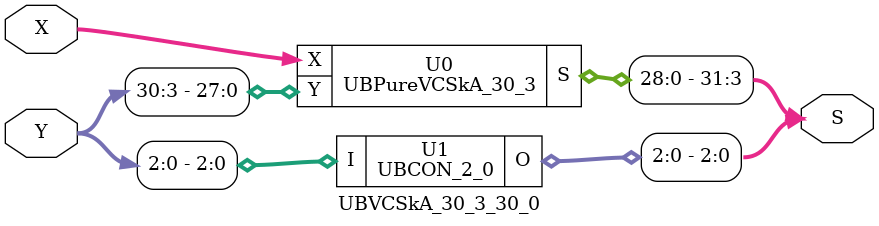
<source format=v>
/*----------------------------------------------------------------------------
  Copyright (c) 2021 Homma laboratory. All rights reserved.

  Top module: Multiplier_13_0_1000

  Number system: Unsigned binary
  Multiplicand length: 14
  Multiplier length: 14
  Partial product generation: PPG with Radix-4 modified Booth recoding
  Partial product accumulation: Balanced delay tree
  Final stage addition: Carry-skip adder (variable-block-size)
----------------------------------------------------------------------------*/

module NUBZero_14_14(O);
  output [14:14] O;
  assign O[14] = 0;
endmodule

module R4BEEL_0_2(O_ds, O_d1, O_d0, I2, I1);
  output O_ds, O_d1, O_d0;
  input I1;
  input I2;
  assign O_d0 = I1;
  assign O_d1 = I2 & ( ~ I1 );
  assign O_ds = I2;
endmodule

module R4BEE_1(O_ds, O_d1, O_d0, I2, I1, I0);
  output O_ds, O_d1, O_d0;
  input I0;
  input I1;
  input I2;
  assign O_d0 = I1 ^ I0;
  assign O_d1 = ( I2 ^ I1 ) & ( ~ ( I1 ^ I0 ) );
  assign O_ds = I2;
endmodule

module R4BEE_2(O_ds, O_d1, O_d0, I2, I1, I0);
  output O_ds, O_d1, O_d0;
  input I0;
  input I1;
  input I2;
  assign O_d0 = I1 ^ I0;
  assign O_d1 = ( I2 ^ I1 ) & ( ~ ( I1 ^ I0 ) );
  assign O_ds = I2;
endmodule

module R4BEE_3(O_ds, O_d1, O_d0, I2, I1, I0);
  output O_ds, O_d1, O_d0;
  input I0;
  input I1;
  input I2;
  assign O_d0 = I1 ^ I0;
  assign O_d1 = ( I2 ^ I1 ) & ( ~ ( I1 ^ I0 ) );
  assign O_ds = I2;
endmodule

module R4BEE_4(O_ds, O_d1, O_d0, I2, I1, I0);
  output O_ds, O_d1, O_d0;
  input I0;
  input I1;
  input I2;
  assign O_d0 = I1 ^ I0;
  assign O_d1 = ( I2 ^ I1 ) & ( ~ ( I1 ^ I0 ) );
  assign O_ds = I2;
endmodule

module R4BEE_5(O_ds, O_d1, O_d0, I2, I1, I0);
  output O_ds, O_d1, O_d0;
  input I0;
  input I1;
  input I2;
  assign O_d0 = I1 ^ I0;
  assign O_d1 = ( I2 ^ I1 ) & ( ~ ( I1 ^ I0 ) );
  assign O_ds = I2;
endmodule

module R4BEE_6(O_ds, O_d1, O_d0, I2, I1, I0);
  output O_ds, O_d1, O_d0;
  input I0;
  input I1;
  input I2;
  assign O_d0 = I1 ^ I0;
  assign O_d1 = ( I2 ^ I1 ) & ( ~ ( I1 ^ I0 ) );
  assign O_ds = I2;
endmodule

module R4BEEH_7_2(O_ds, O_d1, O_d0, I1, I0);
  output O_ds, O_d1, O_d0;
  input I0;
  input I1;
  assign O_d0 = I1 ^ I0;
  assign O_d1 = 0;
  assign O_ds = I1;
endmodule

module SD41DDECON_0(S, U_d1, U_d0, I_ds, I_d1, I_d0);
  output S;
  output U_d1, U_d0;
  input I_ds, I_d1, I_d0;
  assign S = I_ds;
  assign U_d0 = I_d0;
  assign U_d1 = I_d1;
endmodule

module U4DPPGL_0_0(Po, O, I, U_d1, U_d0);
  output O;
  output Po;
  input I;
  input U_d1, U_d0;
  assign O = I & U_d0;
  assign Po = I & U_d1;
endmodule

module U4DPPG_1_0(Po, O, I, U_d1, U_d0, Pi);
  output O;
  output Po;
  input I;
  input Pi;
  input U_d1, U_d0;
  assign O = ( I & U_d0 ) | Pi;
  assign Po = I & U_d1;
endmodule

module U4DPPG_2_0(Po, O, I, U_d1, U_d0, Pi);
  output O;
  output Po;
  input I;
  input Pi;
  input U_d1, U_d0;
  assign O = ( I & U_d0 ) | Pi;
  assign Po = I & U_d1;
endmodule

module U4DPPG_3_0(Po, O, I, U_d1, U_d0, Pi);
  output O;
  output Po;
  input I;
  input Pi;
  input U_d1, U_d0;
  assign O = ( I & U_d0 ) | Pi;
  assign Po = I & U_d1;
endmodule

module U4DPPG_4_0(Po, O, I, U_d1, U_d0, Pi);
  output O;
  output Po;
  input I;
  input Pi;
  input U_d1, U_d0;
  assign O = ( I & U_d0 ) | Pi;
  assign Po = I & U_d1;
endmodule

module U4DPPG_5_0(Po, O, I, U_d1, U_d0, Pi);
  output O;
  output Po;
  input I;
  input Pi;
  input U_d1, U_d0;
  assign O = ( I & U_d0 ) | Pi;
  assign Po = I & U_d1;
endmodule

module U4DPPG_6_0(Po, O, I, U_d1, U_d0, Pi);
  output O;
  output Po;
  input I;
  input Pi;
  input U_d1, U_d0;
  assign O = ( I & U_d0 ) | Pi;
  assign Po = I & U_d1;
endmodule

module U4DPPG_7_0(Po, O, I, U_d1, U_d0, Pi);
  output O;
  output Po;
  input I;
  input Pi;
  input U_d1, U_d0;
  assign O = ( I & U_d0 ) | Pi;
  assign Po = I & U_d1;
endmodule

module U4DPPG_8_0(Po, O, I, U_d1, U_d0, Pi);
  output O;
  output Po;
  input I;
  input Pi;
  input U_d1, U_d0;
  assign O = ( I & U_d0 ) | Pi;
  assign Po = I & U_d1;
endmodule

module U4DPPG_9_0(Po, O, I, U_d1, U_d0, Pi);
  output O;
  output Po;
  input I;
  input Pi;
  input U_d1, U_d0;
  assign O = ( I & U_d0 ) | Pi;
  assign Po = I & U_d1;
endmodule

module U4DPPG_10_0(Po, O, I, U_d1, U_d0, Pi);
  output O;
  output Po;
  input I;
  input Pi;
  input U_d1, U_d0;
  assign O = ( I & U_d0 ) | Pi;
  assign Po = I & U_d1;
endmodule

module U4DPPG_11_0(Po, O, I, U_d1, U_d0, Pi);
  output O;
  output Po;
  input I;
  input Pi;
  input U_d1, U_d0;
  assign O = ( I & U_d0 ) | Pi;
  assign Po = I & U_d1;
endmodule

module U4DPPG_12_0(Po, O, I, U_d1, U_d0, Pi);
  output O;
  output Po;
  input I;
  input Pi;
  input U_d1, U_d0;
  assign O = ( I & U_d0 ) | Pi;
  assign Po = I & U_d1;
endmodule

module U4DPPG_13_0(Po, O, I, U_d1, U_d0, Pi);
  output O;
  output Po;
  input I;
  input Pi;
  input U_d1, U_d0;
  assign O = ( I & U_d0 ) | Pi;
  assign Po = I & U_d1;
endmodule

module U4DPPGH_14_0(Po, O, I, U_d1, U_d0, Pi);
  output O;
  output Po;
  input I;
  input Pi;
  input U_d1, U_d0;
  assign O = ( I & U_d0 ) | Pi;
  assign Po = I & ( U_d1 | U_d0 );
endmodule

module BWCPP_0(O, I, S);
  output O;
  input I;
  input S;
  assign O = S ^ I;
endmodule

module BWCPP_1(O, I, S);
  output O;
  input I;
  input S;
  assign O = S ^ I;
endmodule

module BWCPP_2(O, I, S);
  output O;
  input I;
  input S;
  assign O = S ^ I;
endmodule

module BWCPP_3(O, I, S);
  output O;
  input I;
  input S;
  assign O = S ^ I;
endmodule

module BWCPP_4(O, I, S);
  output O;
  input I;
  input S;
  assign O = S ^ I;
endmodule

module BWCPP_5(O, I, S);
  output O;
  input I;
  input S;
  assign O = S ^ I;
endmodule

module BWCPP_6(O, I, S);
  output O;
  input I;
  input S;
  assign O = S ^ I;
endmodule

module BWCPP_7(O, I, S);
  output O;
  input I;
  input S;
  assign O = S ^ I;
endmodule

module BWCPP_8(O, I, S);
  output O;
  input I;
  input S;
  assign O = S ^ I;
endmodule

module BWCPP_9(O, I, S);
  output O;
  input I;
  input S;
  assign O = S ^ I;
endmodule

module BWCPP_10(O, I, S);
  output O;
  input I;
  input S;
  assign O = S ^ I;
endmodule

module BWCPP_11(O, I, S);
  output O;
  input I;
  input S;
  assign O = S ^ I;
endmodule

module BWCPP_12(O, I, S);
  output O;
  input I;
  input S;
  assign O = S ^ I;
endmodule

module BWCPP_13(O, I, S);
  output O;
  input I;
  input S;
  assign O = S ^ I;
endmodule

module BWCPP_14(O, I, S);
  output O;
  input I;
  input S;
  assign O = S ^ I;
endmodule

module BWCNP_15(O, I, S);
  output O;
  input I;
  input S;
  assign O = ( ~ S ) ^ I;
endmodule

module UBBBG_0(O, S);
  output O;
  input S;
  assign O = S;
endmodule

module SD41DDECON_1(S, U_d1, U_d0, I_ds, I_d1, I_d0);
  output S;
  output U_d1, U_d0;
  input I_ds, I_d1, I_d0;
  assign S = I_ds;
  assign U_d0 = I_d0;
  assign U_d1 = I_d1;
endmodule

module U4DPPGL_0_1(Po, O, I, U_d1, U_d0);
  output O;
  output Po;
  input I;
  input U_d1, U_d0;
  assign O = I & U_d0;
  assign Po = I & U_d1;
endmodule

module U4DPPG_1_1(Po, O, I, U_d1, U_d0, Pi);
  output O;
  output Po;
  input I;
  input Pi;
  input U_d1, U_d0;
  assign O = ( I & U_d0 ) | Pi;
  assign Po = I & U_d1;
endmodule

module U4DPPG_2_1(Po, O, I, U_d1, U_d0, Pi);
  output O;
  output Po;
  input I;
  input Pi;
  input U_d1, U_d0;
  assign O = ( I & U_d0 ) | Pi;
  assign Po = I & U_d1;
endmodule

module U4DPPG_3_1(Po, O, I, U_d1, U_d0, Pi);
  output O;
  output Po;
  input I;
  input Pi;
  input U_d1, U_d0;
  assign O = ( I & U_d0 ) | Pi;
  assign Po = I & U_d1;
endmodule

module U4DPPG_4_1(Po, O, I, U_d1, U_d0, Pi);
  output O;
  output Po;
  input I;
  input Pi;
  input U_d1, U_d0;
  assign O = ( I & U_d0 ) | Pi;
  assign Po = I & U_d1;
endmodule

module U4DPPG_5_1(Po, O, I, U_d1, U_d0, Pi);
  output O;
  output Po;
  input I;
  input Pi;
  input U_d1, U_d0;
  assign O = ( I & U_d0 ) | Pi;
  assign Po = I & U_d1;
endmodule

module U4DPPG_6_1(Po, O, I, U_d1, U_d0, Pi);
  output O;
  output Po;
  input I;
  input Pi;
  input U_d1, U_d0;
  assign O = ( I & U_d0 ) | Pi;
  assign Po = I & U_d1;
endmodule

module U4DPPG_7_1(Po, O, I, U_d1, U_d0, Pi);
  output O;
  output Po;
  input I;
  input Pi;
  input U_d1, U_d0;
  assign O = ( I & U_d0 ) | Pi;
  assign Po = I & U_d1;
endmodule

module U4DPPG_8_1(Po, O, I, U_d1, U_d0, Pi);
  output O;
  output Po;
  input I;
  input Pi;
  input U_d1, U_d0;
  assign O = ( I & U_d0 ) | Pi;
  assign Po = I & U_d1;
endmodule

module U4DPPG_9_1(Po, O, I, U_d1, U_d0, Pi);
  output O;
  output Po;
  input I;
  input Pi;
  input U_d1, U_d0;
  assign O = ( I & U_d0 ) | Pi;
  assign Po = I & U_d1;
endmodule

module U4DPPG_10_1(Po, O, I, U_d1, U_d0, Pi);
  output O;
  output Po;
  input I;
  input Pi;
  input U_d1, U_d0;
  assign O = ( I & U_d0 ) | Pi;
  assign Po = I & U_d1;
endmodule

module U4DPPG_11_1(Po, O, I, U_d1, U_d0, Pi);
  output O;
  output Po;
  input I;
  input Pi;
  input U_d1, U_d0;
  assign O = ( I & U_d0 ) | Pi;
  assign Po = I & U_d1;
endmodule

module U4DPPG_12_1(Po, O, I, U_d1, U_d0, Pi);
  output O;
  output Po;
  input I;
  input Pi;
  input U_d1, U_d0;
  assign O = ( I & U_d0 ) | Pi;
  assign Po = I & U_d1;
endmodule

module U4DPPG_13_1(Po, O, I, U_d1, U_d0, Pi);
  output O;
  output Po;
  input I;
  input Pi;
  input U_d1, U_d0;
  assign O = ( I & U_d0 ) | Pi;
  assign Po = I & U_d1;
endmodule

module U4DPPGH_14_1(Po, O, I, U_d1, U_d0, Pi);
  output O;
  output Po;
  input I;
  input Pi;
  input U_d1, U_d0;
  assign O = ( I & U_d0 ) | Pi;
  assign Po = I & ( U_d1 | U_d0 );
endmodule

module BWCPP_15(O, I, S);
  output O;
  input I;
  input S;
  assign O = S ^ I;
endmodule

module BWCPP_16(O, I, S);
  output O;
  input I;
  input S;
  assign O = S ^ I;
endmodule

module BWCNP_17(O, I, S);
  output O;
  input I;
  input S;
  assign O = ( ~ S ) ^ I;
endmodule

module UBBBG_2(O, S);
  output O;
  input S;
  assign O = S;
endmodule

module SD41DDECON_2(S, U_d1, U_d0, I_ds, I_d1, I_d0);
  output S;
  output U_d1, U_d0;
  input I_ds, I_d1, I_d0;
  assign S = I_ds;
  assign U_d0 = I_d0;
  assign U_d1 = I_d1;
endmodule

module U4DPPGL_0_2(Po, O, I, U_d1, U_d0);
  output O;
  output Po;
  input I;
  input U_d1, U_d0;
  assign O = I & U_d0;
  assign Po = I & U_d1;
endmodule

module U4DPPG_1_2(Po, O, I, U_d1, U_d0, Pi);
  output O;
  output Po;
  input I;
  input Pi;
  input U_d1, U_d0;
  assign O = ( I & U_d0 ) | Pi;
  assign Po = I & U_d1;
endmodule

module U4DPPG_2_2(Po, O, I, U_d1, U_d0, Pi);
  output O;
  output Po;
  input I;
  input Pi;
  input U_d1, U_d0;
  assign O = ( I & U_d0 ) | Pi;
  assign Po = I & U_d1;
endmodule

module U4DPPG_3_2(Po, O, I, U_d1, U_d0, Pi);
  output O;
  output Po;
  input I;
  input Pi;
  input U_d1, U_d0;
  assign O = ( I & U_d0 ) | Pi;
  assign Po = I & U_d1;
endmodule

module U4DPPG_4_2(Po, O, I, U_d1, U_d0, Pi);
  output O;
  output Po;
  input I;
  input Pi;
  input U_d1, U_d0;
  assign O = ( I & U_d0 ) | Pi;
  assign Po = I & U_d1;
endmodule

module U4DPPG_5_2(Po, O, I, U_d1, U_d0, Pi);
  output O;
  output Po;
  input I;
  input Pi;
  input U_d1, U_d0;
  assign O = ( I & U_d0 ) | Pi;
  assign Po = I & U_d1;
endmodule

module U4DPPG_6_2(Po, O, I, U_d1, U_d0, Pi);
  output O;
  output Po;
  input I;
  input Pi;
  input U_d1, U_d0;
  assign O = ( I & U_d0 ) | Pi;
  assign Po = I & U_d1;
endmodule

module U4DPPG_7_2(Po, O, I, U_d1, U_d0, Pi);
  output O;
  output Po;
  input I;
  input Pi;
  input U_d1, U_d0;
  assign O = ( I & U_d0 ) | Pi;
  assign Po = I & U_d1;
endmodule

module U4DPPG_8_2(Po, O, I, U_d1, U_d0, Pi);
  output O;
  output Po;
  input I;
  input Pi;
  input U_d1, U_d0;
  assign O = ( I & U_d0 ) | Pi;
  assign Po = I & U_d1;
endmodule

module U4DPPG_9_2(Po, O, I, U_d1, U_d0, Pi);
  output O;
  output Po;
  input I;
  input Pi;
  input U_d1, U_d0;
  assign O = ( I & U_d0 ) | Pi;
  assign Po = I & U_d1;
endmodule

module U4DPPG_10_2(Po, O, I, U_d1, U_d0, Pi);
  output O;
  output Po;
  input I;
  input Pi;
  input U_d1, U_d0;
  assign O = ( I & U_d0 ) | Pi;
  assign Po = I & U_d1;
endmodule

module U4DPPG_11_2(Po, O, I, U_d1, U_d0, Pi);
  output O;
  output Po;
  input I;
  input Pi;
  input U_d1, U_d0;
  assign O = ( I & U_d0 ) | Pi;
  assign Po = I & U_d1;
endmodule

module U4DPPG_12_2(Po, O, I, U_d1, U_d0, Pi);
  output O;
  output Po;
  input I;
  input Pi;
  input U_d1, U_d0;
  assign O = ( I & U_d0 ) | Pi;
  assign Po = I & U_d1;
endmodule

module U4DPPG_13_2(Po, O, I, U_d1, U_d0, Pi);
  output O;
  output Po;
  input I;
  input Pi;
  input U_d1, U_d0;
  assign O = ( I & U_d0 ) | Pi;
  assign Po = I & U_d1;
endmodule

module U4DPPGH_14_2(Po, O, I, U_d1, U_d0, Pi);
  output O;
  output Po;
  input I;
  input Pi;
  input U_d1, U_d0;
  assign O = ( I & U_d0 ) | Pi;
  assign Po = I & ( U_d1 | U_d0 );
endmodule

module BWCPP_17(O, I, S);
  output O;
  input I;
  input S;
  assign O = S ^ I;
endmodule

module BWCPP_18(O, I, S);
  output O;
  input I;
  input S;
  assign O = S ^ I;
endmodule

module BWCNP_19(O, I, S);
  output O;
  input I;
  input S;
  assign O = ( ~ S ) ^ I;
endmodule

module UBBBG_4(O, S);
  output O;
  input S;
  assign O = S;
endmodule

module SD41DDECON_3(S, U_d1, U_d0, I_ds, I_d1, I_d0);
  output S;
  output U_d1, U_d0;
  input I_ds, I_d1, I_d0;
  assign S = I_ds;
  assign U_d0 = I_d0;
  assign U_d1 = I_d1;
endmodule

module U4DPPGL_0_3(Po, O, I, U_d1, U_d0);
  output O;
  output Po;
  input I;
  input U_d1, U_d0;
  assign O = I & U_d0;
  assign Po = I & U_d1;
endmodule

module U4DPPG_1_3(Po, O, I, U_d1, U_d0, Pi);
  output O;
  output Po;
  input I;
  input Pi;
  input U_d1, U_d0;
  assign O = ( I & U_d0 ) | Pi;
  assign Po = I & U_d1;
endmodule

module U4DPPG_2_3(Po, O, I, U_d1, U_d0, Pi);
  output O;
  output Po;
  input I;
  input Pi;
  input U_d1, U_d0;
  assign O = ( I & U_d0 ) | Pi;
  assign Po = I & U_d1;
endmodule

module U4DPPG_3_3(Po, O, I, U_d1, U_d0, Pi);
  output O;
  output Po;
  input I;
  input Pi;
  input U_d1, U_d0;
  assign O = ( I & U_d0 ) | Pi;
  assign Po = I & U_d1;
endmodule

module U4DPPG_4_3(Po, O, I, U_d1, U_d0, Pi);
  output O;
  output Po;
  input I;
  input Pi;
  input U_d1, U_d0;
  assign O = ( I & U_d0 ) | Pi;
  assign Po = I & U_d1;
endmodule

module U4DPPG_5_3(Po, O, I, U_d1, U_d0, Pi);
  output O;
  output Po;
  input I;
  input Pi;
  input U_d1, U_d0;
  assign O = ( I & U_d0 ) | Pi;
  assign Po = I & U_d1;
endmodule

module U4DPPG_6_3(Po, O, I, U_d1, U_d0, Pi);
  output O;
  output Po;
  input I;
  input Pi;
  input U_d1, U_d0;
  assign O = ( I & U_d0 ) | Pi;
  assign Po = I & U_d1;
endmodule

module U4DPPG_7_3(Po, O, I, U_d1, U_d0, Pi);
  output O;
  output Po;
  input I;
  input Pi;
  input U_d1, U_d0;
  assign O = ( I & U_d0 ) | Pi;
  assign Po = I & U_d1;
endmodule

module U4DPPG_8_3(Po, O, I, U_d1, U_d0, Pi);
  output O;
  output Po;
  input I;
  input Pi;
  input U_d1, U_d0;
  assign O = ( I & U_d0 ) | Pi;
  assign Po = I & U_d1;
endmodule

module U4DPPG_9_3(Po, O, I, U_d1, U_d0, Pi);
  output O;
  output Po;
  input I;
  input Pi;
  input U_d1, U_d0;
  assign O = ( I & U_d0 ) | Pi;
  assign Po = I & U_d1;
endmodule

module U4DPPG_10_3(Po, O, I, U_d1, U_d0, Pi);
  output O;
  output Po;
  input I;
  input Pi;
  input U_d1, U_d0;
  assign O = ( I & U_d0 ) | Pi;
  assign Po = I & U_d1;
endmodule

module U4DPPG_11_3(Po, O, I, U_d1, U_d0, Pi);
  output O;
  output Po;
  input I;
  input Pi;
  input U_d1, U_d0;
  assign O = ( I & U_d0 ) | Pi;
  assign Po = I & U_d1;
endmodule

module U4DPPG_12_3(Po, O, I, U_d1, U_d0, Pi);
  output O;
  output Po;
  input I;
  input Pi;
  input U_d1, U_d0;
  assign O = ( I & U_d0 ) | Pi;
  assign Po = I & U_d1;
endmodule

module U4DPPG_13_3(Po, O, I, U_d1, U_d0, Pi);
  output O;
  output Po;
  input I;
  input Pi;
  input U_d1, U_d0;
  assign O = ( I & U_d0 ) | Pi;
  assign Po = I & U_d1;
endmodule

module U4DPPGH_14_3(Po, O, I, U_d1, U_d0, Pi);
  output O;
  output Po;
  input I;
  input Pi;
  input U_d1, U_d0;
  assign O = ( I & U_d0 ) | Pi;
  assign Po = I & ( U_d1 | U_d0 );
endmodule

module BWCPP_19(O, I, S);
  output O;
  input I;
  input S;
  assign O = S ^ I;
endmodule

module BWCPP_20(O, I, S);
  output O;
  input I;
  input S;
  assign O = S ^ I;
endmodule

module BWCNP_21(O, I, S);
  output O;
  input I;
  input S;
  assign O = ( ~ S ) ^ I;
endmodule

module UBBBG_6(O, S);
  output O;
  input S;
  assign O = S;
endmodule

module SD41DDECON_4(S, U_d1, U_d0, I_ds, I_d1, I_d0);
  output S;
  output U_d1, U_d0;
  input I_ds, I_d1, I_d0;
  assign S = I_ds;
  assign U_d0 = I_d0;
  assign U_d1 = I_d1;
endmodule

module U4DPPGL_0_4(Po, O, I, U_d1, U_d0);
  output O;
  output Po;
  input I;
  input U_d1, U_d0;
  assign O = I & U_d0;
  assign Po = I & U_d1;
endmodule

module U4DPPG_1_4(Po, O, I, U_d1, U_d0, Pi);
  output O;
  output Po;
  input I;
  input Pi;
  input U_d1, U_d0;
  assign O = ( I & U_d0 ) | Pi;
  assign Po = I & U_d1;
endmodule

module U4DPPG_2_4(Po, O, I, U_d1, U_d0, Pi);
  output O;
  output Po;
  input I;
  input Pi;
  input U_d1, U_d0;
  assign O = ( I & U_d0 ) | Pi;
  assign Po = I & U_d1;
endmodule

module U4DPPG_3_4(Po, O, I, U_d1, U_d0, Pi);
  output O;
  output Po;
  input I;
  input Pi;
  input U_d1, U_d0;
  assign O = ( I & U_d0 ) | Pi;
  assign Po = I & U_d1;
endmodule

module U4DPPG_4_4(Po, O, I, U_d1, U_d0, Pi);
  output O;
  output Po;
  input I;
  input Pi;
  input U_d1, U_d0;
  assign O = ( I & U_d0 ) | Pi;
  assign Po = I & U_d1;
endmodule

module U4DPPG_5_4(Po, O, I, U_d1, U_d0, Pi);
  output O;
  output Po;
  input I;
  input Pi;
  input U_d1, U_d0;
  assign O = ( I & U_d0 ) | Pi;
  assign Po = I & U_d1;
endmodule

module U4DPPG_6_4(Po, O, I, U_d1, U_d0, Pi);
  output O;
  output Po;
  input I;
  input Pi;
  input U_d1, U_d0;
  assign O = ( I & U_d0 ) | Pi;
  assign Po = I & U_d1;
endmodule

module U4DPPG_7_4(Po, O, I, U_d1, U_d0, Pi);
  output O;
  output Po;
  input I;
  input Pi;
  input U_d1, U_d0;
  assign O = ( I & U_d0 ) | Pi;
  assign Po = I & U_d1;
endmodule

module U4DPPG_8_4(Po, O, I, U_d1, U_d0, Pi);
  output O;
  output Po;
  input I;
  input Pi;
  input U_d1, U_d0;
  assign O = ( I & U_d0 ) | Pi;
  assign Po = I & U_d1;
endmodule

module U4DPPG_9_4(Po, O, I, U_d1, U_d0, Pi);
  output O;
  output Po;
  input I;
  input Pi;
  input U_d1, U_d0;
  assign O = ( I & U_d0 ) | Pi;
  assign Po = I & U_d1;
endmodule

module U4DPPG_10_4(Po, O, I, U_d1, U_d0, Pi);
  output O;
  output Po;
  input I;
  input Pi;
  input U_d1, U_d0;
  assign O = ( I & U_d0 ) | Pi;
  assign Po = I & U_d1;
endmodule

module U4DPPG_11_4(Po, O, I, U_d1, U_d0, Pi);
  output O;
  output Po;
  input I;
  input Pi;
  input U_d1, U_d0;
  assign O = ( I & U_d0 ) | Pi;
  assign Po = I & U_d1;
endmodule

module U4DPPG_12_4(Po, O, I, U_d1, U_d0, Pi);
  output O;
  output Po;
  input I;
  input Pi;
  input U_d1, U_d0;
  assign O = ( I & U_d0 ) | Pi;
  assign Po = I & U_d1;
endmodule

module U4DPPG_13_4(Po, O, I, U_d1, U_d0, Pi);
  output O;
  output Po;
  input I;
  input Pi;
  input U_d1, U_d0;
  assign O = ( I & U_d0 ) | Pi;
  assign Po = I & U_d1;
endmodule

module U4DPPGH_14_4(Po, O, I, U_d1, U_d0, Pi);
  output O;
  output Po;
  input I;
  input Pi;
  input U_d1, U_d0;
  assign O = ( I & U_d0 ) | Pi;
  assign Po = I & ( U_d1 | U_d0 );
endmodule

module BWCPP_21(O, I, S);
  output O;
  input I;
  input S;
  assign O = S ^ I;
endmodule

module BWCPP_22(O, I, S);
  output O;
  input I;
  input S;
  assign O = S ^ I;
endmodule

module BWCNP_23(O, I, S);
  output O;
  input I;
  input S;
  assign O = ( ~ S ) ^ I;
endmodule

module UBBBG_8(O, S);
  output O;
  input S;
  assign O = S;
endmodule

module SD41DDECON_5(S, U_d1, U_d0, I_ds, I_d1, I_d0);
  output S;
  output U_d1, U_d0;
  input I_ds, I_d1, I_d0;
  assign S = I_ds;
  assign U_d0 = I_d0;
  assign U_d1 = I_d1;
endmodule

module U4DPPGL_0_5(Po, O, I, U_d1, U_d0);
  output O;
  output Po;
  input I;
  input U_d1, U_d0;
  assign O = I & U_d0;
  assign Po = I & U_d1;
endmodule

module U4DPPG_1_5(Po, O, I, U_d1, U_d0, Pi);
  output O;
  output Po;
  input I;
  input Pi;
  input U_d1, U_d0;
  assign O = ( I & U_d0 ) | Pi;
  assign Po = I & U_d1;
endmodule

module U4DPPG_2_5(Po, O, I, U_d1, U_d0, Pi);
  output O;
  output Po;
  input I;
  input Pi;
  input U_d1, U_d0;
  assign O = ( I & U_d0 ) | Pi;
  assign Po = I & U_d1;
endmodule

module U4DPPG_3_5(Po, O, I, U_d1, U_d0, Pi);
  output O;
  output Po;
  input I;
  input Pi;
  input U_d1, U_d0;
  assign O = ( I & U_d0 ) | Pi;
  assign Po = I & U_d1;
endmodule

module U4DPPG_4_5(Po, O, I, U_d1, U_d0, Pi);
  output O;
  output Po;
  input I;
  input Pi;
  input U_d1, U_d0;
  assign O = ( I & U_d0 ) | Pi;
  assign Po = I & U_d1;
endmodule

module U4DPPG_5_5(Po, O, I, U_d1, U_d0, Pi);
  output O;
  output Po;
  input I;
  input Pi;
  input U_d1, U_d0;
  assign O = ( I & U_d0 ) | Pi;
  assign Po = I & U_d1;
endmodule

module U4DPPG_6_5(Po, O, I, U_d1, U_d0, Pi);
  output O;
  output Po;
  input I;
  input Pi;
  input U_d1, U_d0;
  assign O = ( I & U_d0 ) | Pi;
  assign Po = I & U_d1;
endmodule

module U4DPPG_7_5(Po, O, I, U_d1, U_d0, Pi);
  output O;
  output Po;
  input I;
  input Pi;
  input U_d1, U_d0;
  assign O = ( I & U_d0 ) | Pi;
  assign Po = I & U_d1;
endmodule

module U4DPPG_8_5(Po, O, I, U_d1, U_d0, Pi);
  output O;
  output Po;
  input I;
  input Pi;
  input U_d1, U_d0;
  assign O = ( I & U_d0 ) | Pi;
  assign Po = I & U_d1;
endmodule

module U4DPPG_9_5(Po, O, I, U_d1, U_d0, Pi);
  output O;
  output Po;
  input I;
  input Pi;
  input U_d1, U_d0;
  assign O = ( I & U_d0 ) | Pi;
  assign Po = I & U_d1;
endmodule

module U4DPPG_10_5(Po, O, I, U_d1, U_d0, Pi);
  output O;
  output Po;
  input I;
  input Pi;
  input U_d1, U_d0;
  assign O = ( I & U_d0 ) | Pi;
  assign Po = I & U_d1;
endmodule

module U4DPPG_11_5(Po, O, I, U_d1, U_d0, Pi);
  output O;
  output Po;
  input I;
  input Pi;
  input U_d1, U_d0;
  assign O = ( I & U_d0 ) | Pi;
  assign Po = I & U_d1;
endmodule

module U4DPPG_12_5(Po, O, I, U_d1, U_d0, Pi);
  output O;
  output Po;
  input I;
  input Pi;
  input U_d1, U_d0;
  assign O = ( I & U_d0 ) | Pi;
  assign Po = I & U_d1;
endmodule

module U4DPPG_13_5(Po, O, I, U_d1, U_d0, Pi);
  output O;
  output Po;
  input I;
  input Pi;
  input U_d1, U_d0;
  assign O = ( I & U_d0 ) | Pi;
  assign Po = I & U_d1;
endmodule

module U4DPPGH_14_5(Po, O, I, U_d1, U_d0, Pi);
  output O;
  output Po;
  input I;
  input Pi;
  input U_d1, U_d0;
  assign O = ( I & U_d0 ) | Pi;
  assign Po = I & ( U_d1 | U_d0 );
endmodule

module BWCPP_23(O, I, S);
  output O;
  input I;
  input S;
  assign O = S ^ I;
endmodule

module BWCPP_24(O, I, S);
  output O;
  input I;
  input S;
  assign O = S ^ I;
endmodule

module BWCNP_25(O, I, S);
  output O;
  input I;
  input S;
  assign O = ( ~ S ) ^ I;
endmodule

module UBBBG_10(O, S);
  output O;
  input S;
  assign O = S;
endmodule

module SD41DDECON_6(S, U_d1, U_d0, I_ds, I_d1, I_d0);
  output S;
  output U_d1, U_d0;
  input I_ds, I_d1, I_d0;
  assign S = I_ds;
  assign U_d0 = I_d0;
  assign U_d1 = I_d1;
endmodule

module U4DPPGL_0_6(Po, O, I, U_d1, U_d0);
  output O;
  output Po;
  input I;
  input U_d1, U_d0;
  assign O = I & U_d0;
  assign Po = I & U_d1;
endmodule

module U4DPPG_1_6(Po, O, I, U_d1, U_d0, Pi);
  output O;
  output Po;
  input I;
  input Pi;
  input U_d1, U_d0;
  assign O = ( I & U_d0 ) | Pi;
  assign Po = I & U_d1;
endmodule

module U4DPPG_2_6(Po, O, I, U_d1, U_d0, Pi);
  output O;
  output Po;
  input I;
  input Pi;
  input U_d1, U_d0;
  assign O = ( I & U_d0 ) | Pi;
  assign Po = I & U_d1;
endmodule

module U4DPPG_3_6(Po, O, I, U_d1, U_d0, Pi);
  output O;
  output Po;
  input I;
  input Pi;
  input U_d1, U_d0;
  assign O = ( I & U_d0 ) | Pi;
  assign Po = I & U_d1;
endmodule

module U4DPPG_4_6(Po, O, I, U_d1, U_d0, Pi);
  output O;
  output Po;
  input I;
  input Pi;
  input U_d1, U_d0;
  assign O = ( I & U_d0 ) | Pi;
  assign Po = I & U_d1;
endmodule

module U4DPPG_5_6(Po, O, I, U_d1, U_d0, Pi);
  output O;
  output Po;
  input I;
  input Pi;
  input U_d1, U_d0;
  assign O = ( I & U_d0 ) | Pi;
  assign Po = I & U_d1;
endmodule

module U4DPPG_6_6(Po, O, I, U_d1, U_d0, Pi);
  output O;
  output Po;
  input I;
  input Pi;
  input U_d1, U_d0;
  assign O = ( I & U_d0 ) | Pi;
  assign Po = I & U_d1;
endmodule

module U4DPPG_7_6(Po, O, I, U_d1, U_d0, Pi);
  output O;
  output Po;
  input I;
  input Pi;
  input U_d1, U_d0;
  assign O = ( I & U_d0 ) | Pi;
  assign Po = I & U_d1;
endmodule

module U4DPPG_8_6(Po, O, I, U_d1, U_d0, Pi);
  output O;
  output Po;
  input I;
  input Pi;
  input U_d1, U_d0;
  assign O = ( I & U_d0 ) | Pi;
  assign Po = I & U_d1;
endmodule

module U4DPPG_9_6(Po, O, I, U_d1, U_d0, Pi);
  output O;
  output Po;
  input I;
  input Pi;
  input U_d1, U_d0;
  assign O = ( I & U_d0 ) | Pi;
  assign Po = I & U_d1;
endmodule

module U4DPPG_10_6(Po, O, I, U_d1, U_d0, Pi);
  output O;
  output Po;
  input I;
  input Pi;
  input U_d1, U_d0;
  assign O = ( I & U_d0 ) | Pi;
  assign Po = I & U_d1;
endmodule

module U4DPPG_11_6(Po, O, I, U_d1, U_d0, Pi);
  output O;
  output Po;
  input I;
  input Pi;
  input U_d1, U_d0;
  assign O = ( I & U_d0 ) | Pi;
  assign Po = I & U_d1;
endmodule

module U4DPPG_12_6(Po, O, I, U_d1, U_d0, Pi);
  output O;
  output Po;
  input I;
  input Pi;
  input U_d1, U_d0;
  assign O = ( I & U_d0 ) | Pi;
  assign Po = I & U_d1;
endmodule

module U4DPPG_13_6(Po, O, I, U_d1, U_d0, Pi);
  output O;
  output Po;
  input I;
  input Pi;
  input U_d1, U_d0;
  assign O = ( I & U_d0 ) | Pi;
  assign Po = I & U_d1;
endmodule

module U4DPPGH_14_6(Po, O, I, U_d1, U_d0, Pi);
  output O;
  output Po;
  input I;
  input Pi;
  input U_d1, U_d0;
  assign O = ( I & U_d0 ) | Pi;
  assign Po = I & ( U_d1 | U_d0 );
endmodule

module BWCPP_25(O, I, S);
  output O;
  input I;
  input S;
  assign O = S ^ I;
endmodule

module BWCPP_26(O, I, S);
  output O;
  input I;
  input S;
  assign O = S ^ I;
endmodule

module BWCNP_27(O, I, S);
  output O;
  input I;
  input S;
  assign O = ( ~ S ) ^ I;
endmodule

module UBBBG_12(O, S);
  output O;
  input S;
  assign O = S;
endmodule

module SD41DDECON_7(S, U_d1, U_d0, I_ds, I_d1, I_d0);
  output S;
  output U_d1, U_d0;
  input I_ds, I_d1, I_d0;
  assign S = I_ds;
  assign U_d0 = I_d0;
  assign U_d1 = I_d1;
endmodule

module U4DPPGL_0_7(Po, O, I, U_d1, U_d0);
  output O;
  output Po;
  input I;
  input U_d1, U_d0;
  assign O = I & U_d0;
  assign Po = I & U_d1;
endmodule

module U4DPPG_1_7(Po, O, I, U_d1, U_d0, Pi);
  output O;
  output Po;
  input I;
  input Pi;
  input U_d1, U_d0;
  assign O = ( I & U_d0 ) | Pi;
  assign Po = I & U_d1;
endmodule

module U4DPPG_2_7(Po, O, I, U_d1, U_d0, Pi);
  output O;
  output Po;
  input I;
  input Pi;
  input U_d1, U_d0;
  assign O = ( I & U_d0 ) | Pi;
  assign Po = I & U_d1;
endmodule

module U4DPPG_3_7(Po, O, I, U_d1, U_d0, Pi);
  output O;
  output Po;
  input I;
  input Pi;
  input U_d1, U_d0;
  assign O = ( I & U_d0 ) | Pi;
  assign Po = I & U_d1;
endmodule

module U4DPPG_4_7(Po, O, I, U_d1, U_d0, Pi);
  output O;
  output Po;
  input I;
  input Pi;
  input U_d1, U_d0;
  assign O = ( I & U_d0 ) | Pi;
  assign Po = I & U_d1;
endmodule

module U4DPPG_5_7(Po, O, I, U_d1, U_d0, Pi);
  output O;
  output Po;
  input I;
  input Pi;
  input U_d1, U_d0;
  assign O = ( I & U_d0 ) | Pi;
  assign Po = I & U_d1;
endmodule

module U4DPPG_6_7(Po, O, I, U_d1, U_d0, Pi);
  output O;
  output Po;
  input I;
  input Pi;
  input U_d1, U_d0;
  assign O = ( I & U_d0 ) | Pi;
  assign Po = I & U_d1;
endmodule

module U4DPPG_7_7(Po, O, I, U_d1, U_d0, Pi);
  output O;
  output Po;
  input I;
  input Pi;
  input U_d1, U_d0;
  assign O = ( I & U_d0 ) | Pi;
  assign Po = I & U_d1;
endmodule

module U4DPPG_8_7(Po, O, I, U_d1, U_d0, Pi);
  output O;
  output Po;
  input I;
  input Pi;
  input U_d1, U_d0;
  assign O = ( I & U_d0 ) | Pi;
  assign Po = I & U_d1;
endmodule

module U4DPPG_9_7(Po, O, I, U_d1, U_d0, Pi);
  output O;
  output Po;
  input I;
  input Pi;
  input U_d1, U_d0;
  assign O = ( I & U_d0 ) | Pi;
  assign Po = I & U_d1;
endmodule

module U4DPPG_10_7(Po, O, I, U_d1, U_d0, Pi);
  output O;
  output Po;
  input I;
  input Pi;
  input U_d1, U_d0;
  assign O = ( I & U_d0 ) | Pi;
  assign Po = I & U_d1;
endmodule

module U4DPPG_11_7(Po, O, I, U_d1, U_d0, Pi);
  output O;
  output Po;
  input I;
  input Pi;
  input U_d1, U_d0;
  assign O = ( I & U_d0 ) | Pi;
  assign Po = I & U_d1;
endmodule

module U4DPPG_12_7(Po, O, I, U_d1, U_d0, Pi);
  output O;
  output Po;
  input I;
  input Pi;
  input U_d1, U_d0;
  assign O = ( I & U_d0 ) | Pi;
  assign Po = I & U_d1;
endmodule

module U4DPPG_13_7(Po, O, I, U_d1, U_d0, Pi);
  output O;
  output Po;
  input I;
  input Pi;
  input U_d1, U_d0;
  assign O = ( I & U_d0 ) | Pi;
  assign Po = I & U_d1;
endmodule

module U4DPPGH_14_7(Po, O, I, U_d1, U_d0, Pi);
  output O;
  output Po;
  input I;
  input Pi;
  input U_d1, U_d0;
  assign O = ( I & U_d0 ) | Pi;
  assign Po = I & ( U_d1 | U_d0 );
endmodule

module BWCPP_27(O, I, S);
  output O;
  input I;
  input S;
  assign O = S ^ I;
endmodule

module BWCPP_28(O, I, S);
  output O;
  input I;
  input S;
  assign O = S ^ I;
endmodule

module BWCNP_29(O, I, S);
  output O;
  input I;
  input S;
  assign O = ( ~ S ) ^ I;
endmodule

module UBBBG_14(O, S);
  output O;
  input S;
  assign O = S;
endmodule

module UBOne_16(O);
  output O;
  assign O = 1;
endmodule

module UB1DCON_16(O, I);
  output O;
  input I;
  assign O = I;
endmodule

module UB1DCON_0(O, I);
  output O;
  input I;
  assign O = I;
endmodule

module UB1DCON_1(O, I);
  output O;
  input I;
  assign O = I;
endmodule

module UB1DCON_2(O, I);
  output O;
  input I;
  assign O = I;
endmodule

module UB1DCON_3(O, I);
  output O;
  input I;
  assign O = I;
endmodule

module UB1DCON_4(O, I);
  output O;
  input I;
  assign O = I;
endmodule

module UB1DCON_5(O, I);
  output O;
  input I;
  assign O = I;
endmodule

module UB1DCON_6(O, I);
  output O;
  input I;
  assign O = I;
endmodule

module UB1DCON_7(O, I);
  output O;
  input I;
  assign O = I;
endmodule

module UB1DCON_8(O, I);
  output O;
  input I;
  assign O = I;
endmodule

module UB1DCON_9(O, I);
  output O;
  input I;
  assign O = I;
endmodule

module UB1DCON_10(O, I);
  output O;
  input I;
  assign O = I;
endmodule

module UB1DCON_11(O, I);
  output O;
  input I;
  assign O = I;
endmodule

module UB1DCON_12(O, I);
  output O;
  input I;
  assign O = I;
endmodule

module UB1DCON_13(O, I);
  output O;
  input I;
  assign O = I;
endmodule

module UB1DCON_14(O, I);
  output O;
  input I;
  assign O = I;
endmodule

module UB1DCON_15(O, I);
  output O;
  input I;
  assign O = I;
endmodule

module UBOne_18(O);
  output O;
  assign O = 1;
endmodule

module UB1DCON_18(O, I);
  output O;
  input I;
  assign O = I;
endmodule

module UB1DCON_17(O, I);
  output O;
  input I;
  assign O = I;
endmodule

module UBZero_1_1(O);
  output [1:1] O;
  assign O[1] = 0;
endmodule

module UBOne_20(O);
  output O;
  assign O = 1;
endmodule

module UB1DCON_20(O, I);
  output O;
  input I;
  assign O = I;
endmodule

module UB1DCON_19(O, I);
  output O;
  input I;
  assign O = I;
endmodule

module UBZero_3_3(O);
  output [3:3] O;
  assign O[3] = 0;
endmodule

module UBOne_22(O);
  output O;
  assign O = 1;
endmodule

module UB1DCON_22(O, I);
  output O;
  input I;
  assign O = I;
endmodule

module UB1DCON_21(O, I);
  output O;
  input I;
  assign O = I;
endmodule

module UBZero_5_5(O);
  output [5:5] O;
  assign O[5] = 0;
endmodule

module UBOne_24(O);
  output O;
  assign O = 1;
endmodule

module UB1DCON_24(O, I);
  output O;
  input I;
  assign O = I;
endmodule

module UB1DCON_23(O, I);
  output O;
  input I;
  assign O = I;
endmodule

module UBZero_7_7(O);
  output [7:7] O;
  assign O[7] = 0;
endmodule

module UBOne_26(O);
  output O;
  assign O = 1;
endmodule

module UB1DCON_26(O, I);
  output O;
  input I;
  assign O = I;
endmodule

module UB1DCON_25(O, I);
  output O;
  input I;
  assign O = I;
endmodule

module UBZero_9_9(O);
  output [9:9] O;
  assign O[9] = 0;
endmodule

module UBOne_28(O);
  output O;
  assign O = 1;
endmodule

module UB1DCON_28(O, I);
  output O;
  input I;
  assign O = I;
endmodule

module UB1DCON_27(O, I);
  output O;
  input I;
  assign O = I;
endmodule

module UBZero_11_11(O);
  output [11:11] O;
  assign O[11] = 0;
endmodule

module UB1DCON_29(O, I);
  output O;
  input I;
  assign O = I;
endmodule

module UBZero_13_13(O);
  output [13:13] O;
  assign O[13] = 0;
endmodule

module UBOne_15(O);
  output O;
  assign O = 1;
endmodule

module UBHA_0(C, S, X, Y);
  output C;
  output S;
  input X;
  input Y;
  assign C = X & Y;
  assign S = X ^ Y;
endmodule

module UBHA_1(C, S, X, Y);
  output C;
  output S;
  input X;
  input Y;
  assign C = X & Y;
  assign S = X ^ Y;
endmodule

module UBFA_2(C, S, X, Y, Z);
  output C;
  output S;
  input X;
  input Y;
  input Z;
  assign C = ( X & Y ) | ( Y & Z ) | ( Z & X );
  assign S = X ^ Y ^ Z;
endmodule

module UBFA_3(C, S, X, Y, Z);
  output C;
  output S;
  input X;
  input Y;
  input Z;
  assign C = ( X & Y ) | ( Y & Z ) | ( Z & X );
  assign S = X ^ Y ^ Z;
endmodule

module UBFA_4(C, S, X, Y, Z);
  output C;
  output S;
  input X;
  input Y;
  input Z;
  assign C = ( X & Y ) | ( Y & Z ) | ( Z & X );
  assign S = X ^ Y ^ Z;
endmodule

module UBFA_5(C, S, X, Y, Z);
  output C;
  output S;
  input X;
  input Y;
  input Z;
  assign C = ( X & Y ) | ( Y & Z ) | ( Z & X );
  assign S = X ^ Y ^ Z;
endmodule

module UBFA_6(C, S, X, Y, Z);
  output C;
  output S;
  input X;
  input Y;
  input Z;
  assign C = ( X & Y ) | ( Y & Z ) | ( Z & X );
  assign S = X ^ Y ^ Z;
endmodule

module UBFA_7(C, S, X, Y, Z);
  output C;
  output S;
  input X;
  input Y;
  input Z;
  assign C = ( X & Y ) | ( Y & Z ) | ( Z & X );
  assign S = X ^ Y ^ Z;
endmodule

module UBFA_8(C, S, X, Y, Z);
  output C;
  output S;
  input X;
  input Y;
  input Z;
  assign C = ( X & Y ) | ( Y & Z ) | ( Z & X );
  assign S = X ^ Y ^ Z;
endmodule

module UBFA_9(C, S, X, Y, Z);
  output C;
  output S;
  input X;
  input Y;
  input Z;
  assign C = ( X & Y ) | ( Y & Z ) | ( Z & X );
  assign S = X ^ Y ^ Z;
endmodule

module UBFA_10(C, S, X, Y, Z);
  output C;
  output S;
  input X;
  input Y;
  input Z;
  assign C = ( X & Y ) | ( Y & Z ) | ( Z & X );
  assign S = X ^ Y ^ Z;
endmodule

module UBFA_11(C, S, X, Y, Z);
  output C;
  output S;
  input X;
  input Y;
  input Z;
  assign C = ( X & Y ) | ( Y & Z ) | ( Z & X );
  assign S = X ^ Y ^ Z;
endmodule

module UBFA_12(C, S, X, Y, Z);
  output C;
  output S;
  input X;
  input Y;
  input Z;
  assign C = ( X & Y ) | ( Y & Z ) | ( Z & X );
  assign S = X ^ Y ^ Z;
endmodule

module UBFA_13(C, S, X, Y, Z);
  output C;
  output S;
  input X;
  input Y;
  input Z;
  assign C = ( X & Y ) | ( Y & Z ) | ( Z & X );
  assign S = X ^ Y ^ Z;
endmodule

module UBFA_14(C, S, X, Y, Z);
  output C;
  output S;
  input X;
  input Y;
  input Z;
  assign C = ( X & Y ) | ( Y & Z ) | ( Z & X );
  assign S = X ^ Y ^ Z;
endmodule

module UBFA_15(C, S, X, Y, Z);
  output C;
  output S;
  input X;
  input Y;
  input Z;
  assign C = ( X & Y ) | ( Y & Z ) | ( Z & X );
  assign S = X ^ Y ^ Z;
endmodule

module UBFA_16(C, S, X, Y, Z);
  output C;
  output S;
  input X;
  input Y;
  input Z;
  assign C = ( X & Y ) | ( Y & Z ) | ( Z & X );
  assign S = X ^ Y ^ Z;
endmodule

module UBHA_17(C, S, X, Y);
  output C;
  output S;
  input X;
  input Y;
  assign C = X & Y;
  assign S = X ^ Y;
endmodule

module UBHA_18(C, S, X, Y);
  output C;
  output S;
  input X;
  input Y;
  assign C = X & Y;
  assign S = X ^ Y;
endmodule

module UBHA_6(C, S, X, Y);
  output C;
  output S;
  input X;
  input Y;
  assign C = X & Y;
  assign S = X ^ Y;
endmodule

module UBHA_7(C, S, X, Y);
  output C;
  output S;
  input X;
  input Y;
  assign C = X & Y;
  assign S = X ^ Y;
endmodule

module UBFA_17(C, S, X, Y, Z);
  output C;
  output S;
  input X;
  input Y;
  input Z;
  assign C = ( X & Y ) | ( Y & Z ) | ( Z & X );
  assign S = X ^ Y ^ Z;
endmodule

module UBFA_18(C, S, X, Y, Z);
  output C;
  output S;
  input X;
  input Y;
  input Z;
  assign C = ( X & Y ) | ( Y & Z ) | ( Z & X );
  assign S = X ^ Y ^ Z;
endmodule

module UBFA_19(C, S, X, Y, Z);
  output C;
  output S;
  input X;
  input Y;
  input Z;
  assign C = ( X & Y ) | ( Y & Z ) | ( Z & X );
  assign S = X ^ Y ^ Z;
endmodule

module UBFA_20(C, S, X, Y, Z);
  output C;
  output S;
  input X;
  input Y;
  input Z;
  assign C = ( X & Y ) | ( Y & Z ) | ( Z & X );
  assign S = X ^ Y ^ Z;
endmodule

module UBFA_21(C, S, X, Y, Z);
  output C;
  output S;
  input X;
  input Y;
  input Z;
  assign C = ( X & Y ) | ( Y & Z ) | ( Z & X );
  assign S = X ^ Y ^ Z;
endmodule

module UBFA_22(C, S, X, Y, Z);
  output C;
  output S;
  input X;
  input Y;
  input Z;
  assign C = ( X & Y ) | ( Y & Z ) | ( Z & X );
  assign S = X ^ Y ^ Z;
endmodule

module UBHA_23(C, S, X, Y);
  output C;
  output S;
  input X;
  input Y;
  assign C = X & Y;
  assign S = X ^ Y;
endmodule

module UBHA_24(C, S, X, Y);
  output C;
  output S;
  input X;
  input Y;
  assign C = X & Y;
  assign S = X ^ Y;
endmodule

module UBHA_4(C, S, X, Y);
  output C;
  output S;
  input X;
  input Y;
  assign C = X & Y;
  assign S = X ^ Y;
endmodule

module UBHA_5(C, S, X, Y);
  output C;
  output S;
  input X;
  input Y;
  assign C = X & Y;
  assign S = X ^ Y;
endmodule

module UBHA_21(C, S, X, Y);
  output C;
  output S;
  input X;
  input Y;
  assign C = X & Y;
  assign S = X ^ Y;
endmodule

module UBHA_22(C, S, X, Y);
  output C;
  output S;
  input X;
  input Y;
  assign C = X & Y;
  assign S = X ^ Y;
endmodule

module UBHA_25(C, S, X, Y);
  output C;
  output S;
  input X;
  input Y;
  assign C = X & Y;
  assign S = X ^ Y;
endmodule

module UBHA_2(C, S, X, Y);
  output C;
  output S;
  input X;
  input Y;
  assign C = X & Y;
  assign S = X ^ Y;
endmodule

module UBHA_3(C, S, X, Y);
  output C;
  output S;
  input X;
  input Y;
  assign C = X & Y;
  assign S = X ^ Y;
endmodule

module UBHA_20(C, S, X, Y);
  output C;
  output S;
  input X;
  input Y;
  assign C = X & Y;
  assign S = X ^ Y;
endmodule

module UBHA_26(C, S, X, Y);
  output C;
  output S;
  input X;
  input Y;
  assign C = X & Y;
  assign S = X ^ Y;
endmodule

module UBHA_12(C, S, X, Y);
  output C;
  output S;
  input X;
  input Y;
  assign C = X & Y;
  assign S = X ^ Y;
endmodule

module UBHA_13(C, S, X, Y);
  output C;
  output S;
  input X;
  input Y;
  assign C = X & Y;
  assign S = X ^ Y;
endmodule

module UBHA_16(C, S, X, Y);
  output C;
  output S;
  input X;
  input Y;
  assign C = X & Y;
  assign S = X ^ Y;
endmodule

module UBHA_19(C, S, X, Y);
  output C;
  output S;
  input X;
  input Y;
  assign C = X & Y;
  assign S = X ^ Y;
endmodule

module UBHA_27(C, S, X, Y);
  output C;
  output S;
  input X;
  input Y;
  assign C = X & Y;
  assign S = X ^ Y;
endmodule

module UBHA_28(C, S, X, Y);
  output C;
  output S;
  input X;
  input Y;
  assign C = X & Y;
  assign S = X ^ Y;
endmodule

module UBHA_10(C, S, X, Y);
  output C;
  output S;
  input X;
  input Y;
  assign C = X & Y;
  assign S = X ^ Y;
endmodule

module UBHA_11(C, S, X, Y);
  output C;
  output S;
  input X;
  input Y;
  assign C = X & Y;
  assign S = X ^ Y;
endmodule

module UBFA_23(C, S, X, Y, Z);
  output C;
  output S;
  input X;
  input Y;
  input Z;
  assign C = ( X & Y ) | ( Y & Z ) | ( Z & X );
  assign S = X ^ Y ^ Z;
endmodule

module UBFA_24(C, S, X, Y, Z);
  output C;
  output S;
  input X;
  input Y;
  input Z;
  assign C = ( X & Y ) | ( Y & Z ) | ( Z & X );
  assign S = X ^ Y ^ Z;
endmodule

module UBFA_25(C, S, X, Y, Z);
  output C;
  output S;
  input X;
  input Y;
  input Z;
  assign C = ( X & Y ) | ( Y & Z ) | ( Z & X );
  assign S = X ^ Y ^ Z;
endmodule

module UBFA_26(C, S, X, Y, Z);
  output C;
  output S;
  input X;
  input Y;
  input Z;
  assign C = ( X & Y ) | ( Y & Z ) | ( Z & X );
  assign S = X ^ Y ^ Z;
endmodule

module UBHA_29(C, S, X, Y);
  output C;
  output S;
  input X;
  input Y;
  assign C = X & Y;
  assign S = X ^ Y;
endmodule

module UBHA_8(C, S, X, Y);
  output C;
  output S;
  input X;
  input Y;
  assign C = X & Y;
  assign S = X ^ Y;
endmodule

module UBHA_9(C, S, X, Y);
  output C;
  output S;
  input X;
  input Y;
  assign C = X & Y;
  assign S = X ^ Y;
endmodule

module UBFA_27(C, S, X, Y, Z);
  output C;
  output S;
  input X;
  input Y;
  input Z;
  assign C = ( X & Y ) | ( Y & Z ) | ( Z & X );
  assign S = X ^ Y ^ Z;
endmodule

module UB1DCON_30(O, I);
  output O;
  input I;
  assign O = I;
endmodule

module UBPFA_4(Co, S, P, X, Y, Ci);
  output Co;
  output P;
  output S;
  input Ci;
  input X;
  input Y;
  wire C_0;
  wire C_1;
  wire S_0;
  assign Co = C_0 | C_1;
  assign P = S_0;
  UBHA_4 U0 (C_0, S_0, X, Y);
  UBHA_4 U1 (C_1, S, S_0, Ci);
endmodule

module UBPFA_5(Co, S, P, X, Y, Ci);
  output Co;
  output P;
  output S;
  input Ci;
  input X;
  input Y;
  wire C_0;
  wire C_1;
  wire S_0;
  assign Co = C_0 | C_1;
  assign P = S_0;
  UBHA_5 U0 (C_0, S_0, X, Y);
  UBHA_5 U1 (C_1, S, S_0, Ci);
endmodule

module UBCSkB_5_4(Co, S, X, Y, Ci);
  output Co;
  output [5:4] S;
  input Ci;
  input [5:4] X;
  input [5:4] Y;
  wire C5;
  wire C6;
  wire P4;
  wire P5;
  wire Sk;
  assign Sk = ( P4 & P5 ) & Ci;
  assign Co = C6 | Sk;
  UBPFA_4 U0 (C5, S[4], P4, X[4], Y[4], Ci);
  UBPFA_5 U1 (C6, S[5], P5, X[5], Y[5], C5);
endmodule

module UBPFA_6(Co, S, P, X, Y, Ci);
  output Co;
  output P;
  output S;
  input Ci;
  input X;
  input Y;
  wire C_0;
  wire C_1;
  wire S_0;
  assign Co = C_0 | C_1;
  assign P = S_0;
  UBHA_6 U0 (C_0, S_0, X, Y);
  UBHA_6 U1 (C_1, S, S_0, Ci);
endmodule

module UBPFA_7(Co, S, P, X, Y, Ci);
  output Co;
  output P;
  output S;
  input Ci;
  input X;
  input Y;
  wire C_0;
  wire C_1;
  wire S_0;
  assign Co = C_0 | C_1;
  assign P = S_0;
  UBHA_7 U0 (C_0, S_0, X, Y);
  UBHA_7 U1 (C_1, S, S_0, Ci);
endmodule

module UBPFA_8(Co, S, P, X, Y, Ci);
  output Co;
  output P;
  output S;
  input Ci;
  input X;
  input Y;
  wire C_0;
  wire C_1;
  wire S_0;
  assign Co = C_0 | C_1;
  assign P = S_0;
  UBHA_8 U0 (C_0, S_0, X, Y);
  UBHA_8 U1 (C_1, S, S_0, Ci);
endmodule

module UBCSkB_8_6(Co, S, X, Y, Ci);
  output Co;
  output [8:6] S;
  input Ci;
  input [8:6] X;
  input [8:6] Y;
  wire C7;
  wire C8;
  wire C9;
  wire P6;
  wire P7;
  wire P8;
  wire Sk;
  assign Sk = ( P6 & P7 & P8 ) & Ci;
  assign Co = C9 | Sk;
  UBPFA_6 U0 (C7, S[6], P6, X[6], Y[6], Ci);
  UBPFA_7 U1 (C8, S[7], P7, X[7], Y[7], C7);
  UBPFA_8 U2 (C9, S[8], P8, X[8], Y[8], C8);
endmodule

module UBPFA_9(Co, S, P, X, Y, Ci);
  output Co;
  output P;
  output S;
  input Ci;
  input X;
  input Y;
  wire C_0;
  wire C_1;
  wire S_0;
  assign Co = C_0 | C_1;
  assign P = S_0;
  UBHA_9 U0 (C_0, S_0, X, Y);
  UBHA_9 U1 (C_1, S, S_0, Ci);
endmodule

module UBPFA_10(Co, S, P, X, Y, Ci);
  output Co;
  output P;
  output S;
  input Ci;
  input X;
  input Y;
  wire C_0;
  wire C_1;
  wire S_0;
  assign Co = C_0 | C_1;
  assign P = S_0;
  UBHA_10 U0 (C_0, S_0, X, Y);
  UBHA_10 U1 (C_1, S, S_0, Ci);
endmodule

module UBPFA_11(Co, S, P, X, Y, Ci);
  output Co;
  output P;
  output S;
  input Ci;
  input X;
  input Y;
  wire C_0;
  wire C_1;
  wire S_0;
  assign Co = C_0 | C_1;
  assign P = S_0;
  UBHA_11 U0 (C_0, S_0, X, Y);
  UBHA_11 U1 (C_1, S, S_0, Ci);
endmodule

module UBPFA_12(Co, S, P, X, Y, Ci);
  output Co;
  output P;
  output S;
  input Ci;
  input X;
  input Y;
  wire C_0;
  wire C_1;
  wire S_0;
  assign Co = C_0 | C_1;
  assign P = S_0;
  UBHA_12 U0 (C_0, S_0, X, Y);
  UBHA_12 U1 (C_1, S, S_0, Ci);
endmodule

module UBCSkB_12_9(Co, S, X, Y, Ci);
  output Co;
  output [12:9] S;
  input Ci;
  input [12:9] X;
  input [12:9] Y;
  wire C10;
  wire C11;
  wire C12;
  wire C13;
  wire P10;
  wire P11;
  wire P12;
  wire P9;
  wire Sk;
  assign Sk = ( P9 & P10 & P11 & P12 ) & Ci;
  assign Co = C13 | Sk;
  UBPFA_9 U0 (C10, S[9], P9, X[9], Y[9], Ci);
  UBPFA_10 U1 (C11, S[10], P10, X[10], Y[10], C10);
  UBPFA_11 U2 (C12, S[11], P11, X[11], Y[11], C11);
  UBPFA_12 U3 (C13, S[12], P12, X[12], Y[12], C12);
endmodule

module UBPFA_13(Co, S, P, X, Y, Ci);
  output Co;
  output P;
  output S;
  input Ci;
  input X;
  input Y;
  wire C_0;
  wire C_1;
  wire S_0;
  assign Co = C_0 | C_1;
  assign P = S_0;
  UBHA_13 U0 (C_0, S_0, X, Y);
  UBHA_13 U1 (C_1, S, S_0, Ci);
endmodule

module UBHA_14(C, S, X, Y);
  output C;
  output S;
  input X;
  input Y;
  assign C = X & Y;
  assign S = X ^ Y;
endmodule

module UBPFA_14(Co, S, P, X, Y, Ci);
  output Co;
  output P;
  output S;
  input Ci;
  input X;
  input Y;
  wire C_0;
  wire C_1;
  wire S_0;
  assign Co = C_0 | C_1;
  assign P = S_0;
  UBHA_14 U0 (C_0, S_0, X, Y);
  UBHA_14 U1 (C_1, S, S_0, Ci);
endmodule

module UBHA_15(C, S, X, Y);
  output C;
  output S;
  input X;
  input Y;
  assign C = X & Y;
  assign S = X ^ Y;
endmodule

module UBPFA_15(Co, S, P, X, Y, Ci);
  output Co;
  output P;
  output S;
  input Ci;
  input X;
  input Y;
  wire C_0;
  wire C_1;
  wire S_0;
  assign Co = C_0 | C_1;
  assign P = S_0;
  UBHA_15 U0 (C_0, S_0, X, Y);
  UBHA_15 U1 (C_1, S, S_0, Ci);
endmodule

module UBPFA_16(Co, S, P, X, Y, Ci);
  output Co;
  output P;
  output S;
  input Ci;
  input X;
  input Y;
  wire C_0;
  wire C_1;
  wire S_0;
  assign Co = C_0 | C_1;
  assign P = S_0;
  UBHA_16 U0 (C_0, S_0, X, Y);
  UBHA_16 U1 (C_1, S, S_0, Ci);
endmodule

module UBPFA_17(Co, S, P, X, Y, Ci);
  output Co;
  output P;
  output S;
  input Ci;
  input X;
  input Y;
  wire C_0;
  wire C_1;
  wire S_0;
  assign Co = C_0 | C_1;
  assign P = S_0;
  UBHA_17 U0 (C_0, S_0, X, Y);
  UBHA_17 U1 (C_1, S, S_0, Ci);
endmodule

module UBCSkB_17_13(Co, S, X, Y, Ci);
  output Co;
  output [17:13] S;
  input Ci;
  input [17:13] X;
  input [17:13] Y;
  wire C14;
  wire C15;
  wire C16;
  wire C17;
  wire C18;
  wire P13;
  wire P14;
  wire P15;
  wire P16;
  wire P17;
  wire Sk;
  assign Sk = ( P13 & P14 & P15 & P16 & P17 ) & Ci;
  assign Co = C18 | Sk;
  UBPFA_13 U0 (C14, S[13], P13, X[13], Y[13], Ci);
  UBPFA_14 U1 (C15, S[14], P14, X[14], Y[14], C14);
  UBPFA_15 U2 (C16, S[15], P15, X[15], Y[15], C15);
  UBPFA_16 U3 (C17, S[16], P16, X[16], Y[16], C16);
  UBPFA_17 U4 (C18, S[17], P17, X[17], Y[17], C17);
endmodule

module UBPFA_18(Co, S, P, X, Y, Ci);
  output Co;
  output P;
  output S;
  input Ci;
  input X;
  input Y;
  wire C_0;
  wire C_1;
  wire S_0;
  assign Co = C_0 | C_1;
  assign P = S_0;
  UBHA_18 U0 (C_0, S_0, X, Y);
  UBHA_18 U1 (C_1, S, S_0, Ci);
endmodule

module UBPFA_19(Co, S, P, X, Y, Ci);
  output Co;
  output P;
  output S;
  input Ci;
  input X;
  input Y;
  wire C_0;
  wire C_1;
  wire S_0;
  assign Co = C_0 | C_1;
  assign P = S_0;
  UBHA_19 U0 (C_0, S_0, X, Y);
  UBHA_19 U1 (C_1, S, S_0, Ci);
endmodule

module UBPFA_20(Co, S, P, X, Y, Ci);
  output Co;
  output P;
  output S;
  input Ci;
  input X;
  input Y;
  wire C_0;
  wire C_1;
  wire S_0;
  assign Co = C_0 | C_1;
  assign P = S_0;
  UBHA_20 U0 (C_0, S_0, X, Y);
  UBHA_20 U1 (C_1, S, S_0, Ci);
endmodule

module UBPFA_21(Co, S, P, X, Y, Ci);
  output Co;
  output P;
  output S;
  input Ci;
  input X;
  input Y;
  wire C_0;
  wire C_1;
  wire S_0;
  assign Co = C_0 | C_1;
  assign P = S_0;
  UBHA_21 U0 (C_0, S_0, X, Y);
  UBHA_21 U1 (C_1, S, S_0, Ci);
endmodule

module UBPFA_22(Co, S, P, X, Y, Ci);
  output Co;
  output P;
  output S;
  input Ci;
  input X;
  input Y;
  wire C_0;
  wire C_1;
  wire S_0;
  assign Co = C_0 | C_1;
  assign P = S_0;
  UBHA_22 U0 (C_0, S_0, X, Y);
  UBHA_22 U1 (C_1, S, S_0, Ci);
endmodule

module UBCSkB_22_18(Co, S, X, Y, Ci);
  output Co;
  output [22:18] S;
  input Ci;
  input [22:18] X;
  input [22:18] Y;
  wire C19;
  wire C20;
  wire C21;
  wire C22;
  wire C23;
  wire P18;
  wire P19;
  wire P20;
  wire P21;
  wire P22;
  wire Sk;
  assign Sk = ( P18 & P19 & P20 & P21 & P22 ) & Ci;
  assign Co = C23 | Sk;
  UBPFA_18 U0 (C19, S[18], P18, X[18], Y[18], Ci);
  UBPFA_19 U1 (C20, S[19], P19, X[19], Y[19], C19);
  UBPFA_20 U2 (C21, S[20], P20, X[20], Y[20], C20);
  UBPFA_21 U3 (C22, S[21], P21, X[21], Y[21], C21);
  UBPFA_22 U4 (C23, S[22], P22, X[22], Y[22], C22);
endmodule

module UBPFA_23(Co, S, P, X, Y, Ci);
  output Co;
  output P;
  output S;
  input Ci;
  input X;
  input Y;
  wire C_0;
  wire C_1;
  wire S_0;
  assign Co = C_0 | C_1;
  assign P = S_0;
  UBHA_23 U0 (C_0, S_0, X, Y);
  UBHA_23 U1 (C_1, S, S_0, Ci);
endmodule

module UBPFA_24(Co, S, P, X, Y, Ci);
  output Co;
  output P;
  output S;
  input Ci;
  input X;
  input Y;
  wire C_0;
  wire C_1;
  wire S_0;
  assign Co = C_0 | C_1;
  assign P = S_0;
  UBHA_24 U0 (C_0, S_0, X, Y);
  UBHA_24 U1 (C_1, S, S_0, Ci);
endmodule

module UBPFA_25(Co, S, P, X, Y, Ci);
  output Co;
  output P;
  output S;
  input Ci;
  input X;
  input Y;
  wire C_0;
  wire C_1;
  wire S_0;
  assign Co = C_0 | C_1;
  assign P = S_0;
  UBHA_25 U0 (C_0, S_0, X, Y);
  UBHA_25 U1 (C_1, S, S_0, Ci);
endmodule

module UBPFA_26(Co, S, P, X, Y, Ci);
  output Co;
  output P;
  output S;
  input Ci;
  input X;
  input Y;
  wire C_0;
  wire C_1;
  wire S_0;
  assign Co = C_0 | C_1;
  assign P = S_0;
  UBHA_26 U0 (C_0, S_0, X, Y);
  UBHA_26 U1 (C_1, S, S_0, Ci);
endmodule

module UBCSkB_26_23(Co, S, X, Y, Ci);
  output Co;
  output [26:23] S;
  input Ci;
  input [26:23] X;
  input [26:23] Y;
  wire C24;
  wire C25;
  wire C26;
  wire C27;
  wire P23;
  wire P24;
  wire P25;
  wire P26;
  wire Sk;
  assign Sk = ( P23 & P24 & P25 & P26 ) & Ci;
  assign Co = C27 | Sk;
  UBPFA_23 U0 (C24, S[23], P23, X[23], Y[23], Ci);
  UBPFA_24 U1 (C25, S[24], P24, X[24], Y[24], C24);
  UBPFA_25 U2 (C26, S[25], P25, X[25], Y[25], C25);
  UBPFA_26 U3 (C27, S[26], P26, X[26], Y[26], C26);
endmodule

module UBPFA_27(Co, S, P, X, Y, Ci);
  output Co;
  output P;
  output S;
  input Ci;
  input X;
  input Y;
  wire C_0;
  wire C_1;
  wire S_0;
  assign Co = C_0 | C_1;
  assign P = S_0;
  UBHA_27 U0 (C_0, S_0, X, Y);
  UBHA_27 U1 (C_1, S, S_0, Ci);
endmodule

module UBPFA_28(Co, S, P, X, Y, Ci);
  output Co;
  output P;
  output S;
  input Ci;
  input X;
  input Y;
  wire C_0;
  wire C_1;
  wire S_0;
  assign Co = C_0 | C_1;
  assign P = S_0;
  UBHA_28 U0 (C_0, S_0, X, Y);
  UBHA_28 U1 (C_1, S, S_0, Ci);
endmodule

module UBPFA_29(Co, S, P, X, Y, Ci);
  output Co;
  output P;
  output S;
  input Ci;
  input X;
  input Y;
  wire C_0;
  wire C_1;
  wire S_0;
  assign Co = C_0 | C_1;
  assign P = S_0;
  UBHA_29 U0 (C_0, S_0, X, Y);
  UBHA_29 U1 (C_1, S, S_0, Ci);
endmodule

module UBCSkB_29_27(Co, S, X, Y, Ci);
  output Co;
  output [29:27] S;
  input Ci;
  input [29:27] X;
  input [29:27] Y;
  wire C28;
  wire C29;
  wire C30;
  wire P27;
  wire P28;
  wire P29;
  wire Sk;
  assign Sk = ( P27 & P28 & P29 ) & Ci;
  assign Co = C30 | Sk;
  UBPFA_27 U0 (C28, S[27], P27, X[27], Y[27], Ci);
  UBPFA_28 U1 (C29, S[28], P28, X[28], Y[28], C28);
  UBPFA_29 U2 (C30, S[29], P29, X[29], Y[29], C29);
endmodule

module UBHA_30(C, S, X, Y);
  output C;
  output S;
  input X;
  input Y;
  assign C = X & Y;
  assign S = X ^ Y;
endmodule

module UBPFA_30(Co, S, P, X, Y, Ci);
  output Co;
  output P;
  output S;
  input Ci;
  input X;
  input Y;
  wire C_0;
  wire C_1;
  wire S_0;
  assign Co = C_0 | C_1;
  assign P = S_0;
  UBHA_30 U0 (C_0, S_0, X, Y);
  UBHA_30 U1 (C_1, S, S_0, Ci);
endmodule

module UBCSkB_30_30(Co, S, X, Y, Ci);
  output Co;
  output [30:30] S;
  input Ci;
  input [30:30] X;
  input [30:30] Y;
  wire C31;
  wire P30;
  wire Sk;
  assign Sk = P30 & Ci;
  assign Co = C31 | Sk;
  UBPFA_30 U0 (C31, S[30], P30, X[30], Y[30], Ci);
endmodule

module UBPriVCSkA_30_3(S, X, Y, Cin);
  output [31:3] S;
  input Cin;
  input [30:3] X;
  input [30:3] Y;
  wire C13;
  wire C18;
  wire C23;
  wire C27;
  wire C30;
  wire C4;
  wire C6;
  wire C9;
  UBFA_3 U0 (C4, S[3], X[3], Y[3], Cin);
  UBCSkB_5_4 U1 (C6, S[5:4], X[5:4], Y[5:4], C4);
  UBCSkB_8_6 U2 (C9, S[8:6], X[8:6], Y[8:6], C6);
  UBCSkB_12_9 U3 (C13, S[12:9], X[12:9], Y[12:9], C9);
  UBCSkB_17_13 U4 (C18, S[17:13], X[17:13], Y[17:13], C13);
  UBCSkB_22_18 U5 (C23, S[22:18], X[22:18], Y[22:18], C18);
  UBCSkB_26_23 U6 (C27, S[26:23], X[26:23], Y[26:23], C23);
  UBCSkB_29_27 U7 (C30, S[29:27], X[29:27], Y[29:27], C27);
  UBCSkB_30_30 U8 (S[31], S[30], X[30], Y[30], C30);
endmodule

module UBTC1CON32_0(O, I);
  output O;
  input I;
  assign O = I;
endmodule

module UBTC1CON32_1(O, I);
  output O;
  input I;
  assign O = I;
endmodule

module UBTC1CON32_2(O, I);
  output O;
  input I;
  assign O = I;
endmodule

module UBTC1CON32_3(O, I);
  output O;
  input I;
  assign O = I;
endmodule

module UBTC1CON32_4(O, I);
  output O;
  input I;
  assign O = I;
endmodule

module UBTC1CON32_5(O, I);
  output O;
  input I;
  assign O = I;
endmodule

module UBTC1CON32_6(O, I);
  output O;
  input I;
  assign O = I;
endmodule

module UBTC1CON32_7(O, I);
  output O;
  input I;
  assign O = I;
endmodule

module UBTC1CON32_8(O, I);
  output O;
  input I;
  assign O = I;
endmodule

module UBTC1CON32_9(O, I);
  output O;
  input I;
  assign O = I;
endmodule

module UBTC1CON32_10(O, I);
  output O;
  input I;
  assign O = I;
endmodule

module UBTC1CON32_11(O, I);
  output O;
  input I;
  assign O = I;
endmodule

module UBTC1CON32_12(O, I);
  output O;
  input I;
  assign O = I;
endmodule

module UBTC1CON32_13(O, I);
  output O;
  input I;
  assign O = I;
endmodule

module UBTC1CON32_14(O, I);
  output O;
  input I;
  assign O = I;
endmodule

module UBTC1CON32_15(O, I);
  output O;
  input I;
  assign O = I;
endmodule

module UBTC1CON32_16(O, I);
  output O;
  input I;
  assign O = I;
endmodule

module UBTC1CON32_17(O, I);
  output O;
  input I;
  assign O = I;
endmodule

module UBTC1CON32_18(O, I);
  output O;
  input I;
  assign O = I;
endmodule

module UBTC1CON32_19(O, I);
  output O;
  input I;
  assign O = I;
endmodule

module UBTC1CON32_20(O, I);
  output O;
  input I;
  assign O = I;
endmodule

module UBTC1CON32_21(O, I);
  output O;
  input I;
  assign O = I;
endmodule

module UBTC1CON32_22(O, I);
  output O;
  input I;
  assign O = I;
endmodule

module UBTC1CON32_23(O, I);
  output O;
  input I;
  assign O = I;
endmodule

module UBTC1CON32_24(O, I);
  output O;
  input I;
  assign O = I;
endmodule

module UBTC1CON32_25(O, I);
  output O;
  input I;
  assign O = I;
endmodule

module UBTC1CON32_26(O, I);
  output O;
  input I;
  assign O = I;
endmodule

module UBTC1CON32_27(O, I);
  output O;
  input I;
  assign O = I;
endmodule

module UBTC1CON32_28(O, I);
  output O;
  input I;
  assign O = I;
endmodule

module UBTC1CON32_29(O, I);
  output O;
  input I;
  assign O = I;
endmodule

module UBTCTCONV_31_30(O, I);
  output [32:30] O;
  input [31:30] I;
  assign O[30] = ~ I[30];
  assign O[31] = ~ I[31] ^ ( I[30] );
  assign O[32] = ~ ( I[31] | I[30] );
endmodule

module Multiplier_13_0_1000(P, IN1, IN2);
  output [27:0] P;
  input [13:0] IN1;
  input [13:0] IN2;
  wire [32:0] W;
  assign P[0] = W[0];
  assign P[1] = W[1];
  assign P[2] = W[2];
  assign P[3] = W[3];
  assign P[4] = W[4];
  assign P[5] = W[5];
  assign P[6] = W[6];
  assign P[7] = W[7];
  assign P[8] = W[8];
  assign P[9] = W[9];
  assign P[10] = W[10];
  assign P[11] = W[11];
  assign P[12] = W[12];
  assign P[13] = W[13];
  assign P[14] = W[14];
  assign P[15] = W[15];
  assign P[16] = W[16];
  assign P[17] = W[17];
  assign P[18] = W[18];
  assign P[19] = W[19];
  assign P[20] = W[20];
  assign P[21] = W[21];
  assign P[22] = W[22];
  assign P[23] = W[23];
  assign P[24] = W[24];
  assign P[25] = W[25];
  assign P[26] = W[26];
  assign P[27] = W[27];
  MultUB_R4B_BLD_VC000 U0 (W, IN1, IN2);
endmodule

module BLDCON_19_1_20_0_000 (S1, S2, IN0, IN1, IN2, IN3);
  output [27:2] S1;
  output [26:0] S2;
  input [19:1] IN0;
  input [20:0] IN1;
  input [25:7] IN2;
  input [26:4] IN3;
  wire [26:5] W1;
  wire [26:0] W2;
  CSA_20_0_25_7_26_000 U0 (W1, W2, IN1, IN2, IN3);
  CSA_26_5_26_0_19_000 U1 (S1, S2, W1, W2, IN0);
endmodule

module BLDCON_27_2_26_0_000 (S1, S2, IN0, IN1, IN2, IN3);
  output [30:3] S1;
  output [30:0] S2;
  input [27:2] IN0;
  input [26:0] IN1;
  input [29:13] IN2;
  input [29:10] IN3;
  wire [30:11] W1;
  wire [29:0] W2;
  CSA_26_0_29_13_29000 U0 (W1, W2, IN1, IN2, IN3);
  CSA_30_11_29_0_27000 U1 (S1, S2, W1, W2, IN0);
endmodule

module BLDTR_16_0_18_0_2000 (S1, S2, PP0, PP1, PP2, PP3, PP4, PP5, PP6, PP7, PP8);
  output [30:3] S1;
  output [30:0] S2;
  input [16:0] PP0;
  input [18:0] PP1;
  input [20:2] PP2;
  input [22:4] PP3;
  input [24:6] PP4;
  input [26:8] PP5;
  input [28:10] PP6;
  input [29:12] PP7;
  input [15:14] PP8;
  wire [27:2] W0;
  wire [26:0] W1;
  wire [29:13] W2;
  wire [29:10] W3;
  BLDTR_16_0_18_0_2001 U0 (W0, W1, PP0, PP1, PP2, PP3, PP4, PP5);
  UBARYACC_28_10_29000 U1 (W2, W3, PP6, PP7, PP8);
  BLDCON_27_2_26_0_000 U2 (S1, S2, W0, W1, W2, W3);
endmodule

module BLDTR_16_0_18_0_2001 (S1, S2, PP0, PP1, PP2, PP3, PP4, PP5);
  output [27:2] S1;
  output [26:0] S2;
  input [16:0] PP0;
  input [18:0] PP1;
  input [20:2] PP2;
  input [22:4] PP3;
  input [24:6] PP4;
  input [26:8] PP5;
  wire [19:1] W0;
  wire [20:0] W1;
  wire [25:7] W2;
  wire [26:4] W3;
  UBARYACC_16_0_18_000 U0 (W0, W1, PP0, PP1, PP2);
  UBARYACC_22_4_24_000 U1 (W2, W3, PP3, PP4, PP5);
  BLDCON_19_1_20_0_000 U2 (S1, S2, W0, W1, W2, W3);
endmodule

module CSA_16_0_18_0_20_000 (C, S, X, Y, Z);
  output [19:1] C;
  output [20:0] S;
  input [16:0] X;
  input [18:0] Y;
  input [20:2] Z;
  PureCSHA_1_0 U0 (C[2:1], S[1:0], Y[1:0], X[1:0]);
  PureCSA_16_2 U1 (C[17:3], S[16:2], Z[16:2], Y[16:2], X[16:2]);
  PureCSHA_18_17 U2 (C[19:18], S[18:17], Z[18:17], Y[18:17]);
  UBCON_20_19 U3 (S[20:19], Z[20:19]);
endmodule

module CSA_20_0_25_7_26_000 (C, S, X, Y, Z);
  output [26:5] C;
  output [26:0] S;
  input [20:0] X;
  input [25:7] Y;
  input [26:4] Z;
  UBCON_3_0 U0 (S[3:0], X[3:0]);
  PureCSHA_6_4 U1 (C[7:5], S[6:4], Z[6:4], X[6:4]);
  PureCSA_20_7 U2 (C[21:8], S[20:7], Y[20:7], Z[20:7], X[20:7]);
  PureCSHA_25_21 U3 (C[26:22], S[25:21], Z[25:21], Y[25:21]);
  UB1DCON_26 U4 (S[26], Z[26]);
endmodule

module CSA_22_4_24_6_26_000 (C, S, X, Y, Z);
  output [25:7] C;
  output [26:4] S;
  input [22:4] X;
  input [24:6] Y;
  input [26:8] Z;
  UBCON_5_4 U0 (S[5:4], X[5:4]);
  PureCSHA_7_6 U1 (C[8:7], S[7:6], Y[7:6], X[7:6]);
  PureCSA_22_8 U2 (C[23:9], S[22:8], Z[22:8], Y[22:8], X[22:8]);
  PureCSHA_24_23 U3 (C[25:24], S[24:23], Z[24:23], Y[24:23]);
  UBCON_26_25 U4 (S[26:25], Z[26:25]);
endmodule

module CSA_26_0_29_13_29000 (C, S, X, Y, Z);
  output [30:11] C;
  output [29:0] S;
  input [26:0] X;
  input [29:13] Y;
  input [29:10] Z;
  UBCON_9_0 U0 (S[9:0], X[9:0]);
  PureCSHA_12_10 U1 (C[13:11], S[12:10], Z[12:10], X[12:10]);
  PureCSA_26_13 U2 (C[27:14], S[26:13], Y[26:13], Z[26:13], X[26:13]);
  PureCSHA_29_27 U3 (C[30:28], S[29:27], Z[29:27], Y[29:27]);
endmodule

module CSA_26_5_26_0_19_000 (C, S, X, Y, Z);
  output [27:2] C;
  output [26:0] S;
  input [26:5] X;
  input [26:0] Y;
  input [19:1] Z;
  UB1DCON_0 U0 (S[0], Y[0]);
  PureCSHA_4_1 U1 (C[5:2], S[4:1], Z[4:1], Y[4:1]);
  PureCSA_19_5 U2 (C[20:6], S[19:5], X[19:5], Z[19:5], Y[19:5]);
  PureCSHA_26_20 U3 (C[27:21], S[26:20], X[26:20], Y[26:20]);
endmodule

module CSA_28_10_29_12_1000 (C, S, X, Y, Z);
  output [29:13] C;
  output [29:10] S;
  input [28:10] X;
  input [29:12] Y;
  input [15:14] Z;
  UBCON_11_10 U0 (S[11:10], X[11:10]);
  PureCSHA_13_12 U1 (C[14:13], S[13:12], Y[13:12], X[13:12]);
  PureCSA_15_14 U2 (C[16:15], S[15:14], Z[15:14], Y[15:14], X[15:14]);
  PureCSHA_28_16 U3 (C[29:17], S[28:16], Y[28:16], X[28:16]);
  UB1DCON_29 U4 (S[29], Y[29]);
endmodule

module CSA_30_11_29_0_27000 (C, S, X, Y, Z);
  output [30:3] C;
  output [30:0] S;
  input [30:11] X;
  input [29:0] Y;
  input [27:2] Z;
  UBCON_1_0 U0 (S[1:0], Y[1:0]);
  PureCSHA_10_2 U1 (C[11:3], S[10:2], Z[10:2], Y[10:2]);
  PureCSA_27_11 U2 (C[28:12], S[27:11], X[27:11], Z[27:11], Y[27:11]);
  PureCSHA_29_28 U3 (C[30:29], S[29:28], X[29:28], Y[29:28]);
  UB1DCON_30 U4 (S[30], X[30]);
endmodule

module MultUB_R4B_BLD_VC000 (P, IN1, IN2);
  output [32:0] P;
  input [13:0] IN1;
  input [13:0] IN2;
  wire [16:0] PP0;
  wire [18:0] PP1;
  wire [20:2] PP2;
  wire [22:4] PP3;
  wire [24:6] PP4;
  wire [26:8] PP5;
  wire [28:10] PP6;
  wire [29:12] PP7;
  wire [15:14] PP8;
  wire [30:3] S1;
  wire [30:0] S2;
  wire [31:0] UP;
  UBR4BPPG_13_0_13_000 U0 (PP0, PP1, PP2, PP3, PP4, PP5, PP6, PP7, PP8, IN1, IN2);
  BLDTR_16_0_18_0_2000 U1 (S1, S2, PP0, PP1, PP2, PP3, PP4, PP5, PP6, PP7, PP8);
  UBVCSkA_30_3_30_0 U2 (UP, S1, S2);
  UBTCCONV30_31_0 U3 (P, UP);
endmodule

module PureCSA_15_14 (C, S, X, Y, Z);
  output [16:15] C;
  output [15:14] S;
  input [15:14] X;
  input [15:14] Y;
  input [15:14] Z;
  UBFA_14 U0 (C[15], S[14], X[14], Y[14], Z[14]);
  UBFA_15 U1 (C[16], S[15], X[15], Y[15], Z[15]);
endmodule

module PureCSA_16_2 (C, S, X, Y, Z);
  output [17:3] C;
  output [16:2] S;
  input [16:2] X;
  input [16:2] Y;
  input [16:2] Z;
  UBFA_2 U0 (C[3], S[2], X[2], Y[2], Z[2]);
  UBFA_3 U1 (C[4], S[3], X[3], Y[3], Z[3]);
  UBFA_4 U2 (C[5], S[4], X[4], Y[4], Z[4]);
  UBFA_5 U3 (C[6], S[5], X[5], Y[5], Z[5]);
  UBFA_6 U4 (C[7], S[6], X[6], Y[6], Z[6]);
  UBFA_7 U5 (C[8], S[7], X[7], Y[7], Z[7]);
  UBFA_8 U6 (C[9], S[8], X[8], Y[8], Z[8]);
  UBFA_9 U7 (C[10], S[9], X[9], Y[9], Z[9]);
  UBFA_10 U8 (C[11], S[10], X[10], Y[10], Z[10]);
  UBFA_11 U9 (C[12], S[11], X[11], Y[11], Z[11]);
  UBFA_12 U10 (C[13], S[12], X[12], Y[12], Z[12]);
  UBFA_13 U11 (C[14], S[13], X[13], Y[13], Z[13]);
  UBFA_14 U12 (C[15], S[14], X[14], Y[14], Z[14]);
  UBFA_15 U13 (C[16], S[15], X[15], Y[15], Z[15]);
  UBFA_16 U14 (C[17], S[16], X[16], Y[16], Z[16]);
endmodule

module PureCSA_19_5 (C, S, X, Y, Z);
  output [20:6] C;
  output [19:5] S;
  input [19:5] X;
  input [19:5] Y;
  input [19:5] Z;
  UBFA_5 U0 (C[6], S[5], X[5], Y[5], Z[5]);
  UBFA_6 U1 (C[7], S[6], X[6], Y[6], Z[6]);
  UBFA_7 U2 (C[8], S[7], X[7], Y[7], Z[7]);
  UBFA_8 U3 (C[9], S[8], X[8], Y[8], Z[8]);
  UBFA_9 U4 (C[10], S[9], X[9], Y[9], Z[9]);
  UBFA_10 U5 (C[11], S[10], X[10], Y[10], Z[10]);
  UBFA_11 U6 (C[12], S[11], X[11], Y[11], Z[11]);
  UBFA_12 U7 (C[13], S[12], X[12], Y[12], Z[12]);
  UBFA_13 U8 (C[14], S[13], X[13], Y[13], Z[13]);
  UBFA_14 U9 (C[15], S[14], X[14], Y[14], Z[14]);
  UBFA_15 U10 (C[16], S[15], X[15], Y[15], Z[15]);
  UBFA_16 U11 (C[17], S[16], X[16], Y[16], Z[16]);
  UBFA_17 U12 (C[18], S[17], X[17], Y[17], Z[17]);
  UBFA_18 U13 (C[19], S[18], X[18], Y[18], Z[18]);
  UBFA_19 U14 (C[20], S[19], X[19], Y[19], Z[19]);
endmodule

module PureCSA_20_7 (C, S, X, Y, Z);
  output [21:8] C;
  output [20:7] S;
  input [20:7] X;
  input [20:7] Y;
  input [20:7] Z;
  UBFA_7 U0 (C[8], S[7], X[7], Y[7], Z[7]);
  UBFA_8 U1 (C[9], S[8], X[8], Y[8], Z[8]);
  UBFA_9 U2 (C[10], S[9], X[9], Y[9], Z[9]);
  UBFA_10 U3 (C[11], S[10], X[10], Y[10], Z[10]);
  UBFA_11 U4 (C[12], S[11], X[11], Y[11], Z[11]);
  UBFA_12 U5 (C[13], S[12], X[12], Y[12], Z[12]);
  UBFA_13 U6 (C[14], S[13], X[13], Y[13], Z[13]);
  UBFA_14 U7 (C[15], S[14], X[14], Y[14], Z[14]);
  UBFA_15 U8 (C[16], S[15], X[15], Y[15], Z[15]);
  UBFA_16 U9 (C[17], S[16], X[16], Y[16], Z[16]);
  UBFA_17 U10 (C[18], S[17], X[17], Y[17], Z[17]);
  UBFA_18 U11 (C[19], S[18], X[18], Y[18], Z[18]);
  UBFA_19 U12 (C[20], S[19], X[19], Y[19], Z[19]);
  UBFA_20 U13 (C[21], S[20], X[20], Y[20], Z[20]);
endmodule

module PureCSA_22_8 (C, S, X, Y, Z);
  output [23:9] C;
  output [22:8] S;
  input [22:8] X;
  input [22:8] Y;
  input [22:8] Z;
  UBFA_8 U0 (C[9], S[8], X[8], Y[8], Z[8]);
  UBFA_9 U1 (C[10], S[9], X[9], Y[9], Z[9]);
  UBFA_10 U2 (C[11], S[10], X[10], Y[10], Z[10]);
  UBFA_11 U3 (C[12], S[11], X[11], Y[11], Z[11]);
  UBFA_12 U4 (C[13], S[12], X[12], Y[12], Z[12]);
  UBFA_13 U5 (C[14], S[13], X[13], Y[13], Z[13]);
  UBFA_14 U6 (C[15], S[14], X[14], Y[14], Z[14]);
  UBFA_15 U7 (C[16], S[15], X[15], Y[15], Z[15]);
  UBFA_16 U8 (C[17], S[16], X[16], Y[16], Z[16]);
  UBFA_17 U9 (C[18], S[17], X[17], Y[17], Z[17]);
  UBFA_18 U10 (C[19], S[18], X[18], Y[18], Z[18]);
  UBFA_19 U11 (C[20], S[19], X[19], Y[19], Z[19]);
  UBFA_20 U12 (C[21], S[20], X[20], Y[20], Z[20]);
  UBFA_21 U13 (C[22], S[21], X[21], Y[21], Z[21]);
  UBFA_22 U14 (C[23], S[22], X[22], Y[22], Z[22]);
endmodule

module PureCSA_26_13 (C, S, X, Y, Z);
  output [27:14] C;
  output [26:13] S;
  input [26:13] X;
  input [26:13] Y;
  input [26:13] Z;
  UBFA_13 U0 (C[14], S[13], X[13], Y[13], Z[13]);
  UBFA_14 U1 (C[15], S[14], X[14], Y[14], Z[14]);
  UBFA_15 U2 (C[16], S[15], X[15], Y[15], Z[15]);
  UBFA_16 U3 (C[17], S[16], X[16], Y[16], Z[16]);
  UBFA_17 U4 (C[18], S[17], X[17], Y[17], Z[17]);
  UBFA_18 U5 (C[19], S[18], X[18], Y[18], Z[18]);
  UBFA_19 U6 (C[20], S[19], X[19], Y[19], Z[19]);
  UBFA_20 U7 (C[21], S[20], X[20], Y[20], Z[20]);
  UBFA_21 U8 (C[22], S[21], X[21], Y[21], Z[21]);
  UBFA_22 U9 (C[23], S[22], X[22], Y[22], Z[22]);
  UBFA_23 U10 (C[24], S[23], X[23], Y[23], Z[23]);
  UBFA_24 U11 (C[25], S[24], X[24], Y[24], Z[24]);
  UBFA_25 U12 (C[26], S[25], X[25], Y[25], Z[25]);
  UBFA_26 U13 (C[27], S[26], X[26], Y[26], Z[26]);
endmodule

module PureCSA_27_11 (C, S, X, Y, Z);
  output [28:12] C;
  output [27:11] S;
  input [27:11] X;
  input [27:11] Y;
  input [27:11] Z;
  UBFA_11 U0 (C[12], S[11], X[11], Y[11], Z[11]);
  UBFA_12 U1 (C[13], S[12], X[12], Y[12], Z[12]);
  UBFA_13 U2 (C[14], S[13], X[13], Y[13], Z[13]);
  UBFA_14 U3 (C[15], S[14], X[14], Y[14], Z[14]);
  UBFA_15 U4 (C[16], S[15], X[15], Y[15], Z[15]);
  UBFA_16 U5 (C[17], S[16], X[16], Y[16], Z[16]);
  UBFA_17 U6 (C[18], S[17], X[17], Y[17], Z[17]);
  UBFA_18 U7 (C[19], S[18], X[18], Y[18], Z[18]);
  UBFA_19 U8 (C[20], S[19], X[19], Y[19], Z[19]);
  UBFA_20 U9 (C[21], S[20], X[20], Y[20], Z[20]);
  UBFA_21 U10 (C[22], S[21], X[21], Y[21], Z[21]);
  UBFA_22 U11 (C[23], S[22], X[22], Y[22], Z[22]);
  UBFA_23 U12 (C[24], S[23], X[23], Y[23], Z[23]);
  UBFA_24 U13 (C[25], S[24], X[24], Y[24], Z[24]);
  UBFA_25 U14 (C[26], S[25], X[25], Y[25], Z[25]);
  UBFA_26 U15 (C[27], S[26], X[26], Y[26], Z[26]);
  UBFA_27 U16 (C[28], S[27], X[27], Y[27], Z[27]);
endmodule

module PureCSHA_10_2 (C, S, X, Y);
  output [11:3] C;
  output [10:2] S;
  input [10:2] X;
  input [10:2] Y;
  UBHA_2 U0 (C[3], S[2], X[2], Y[2]);
  UBHA_3 U1 (C[4], S[3], X[3], Y[3]);
  UBHA_4 U2 (C[5], S[4], X[4], Y[4]);
  UBHA_5 U3 (C[6], S[5], X[5], Y[5]);
  UBHA_6 U4 (C[7], S[6], X[6], Y[6]);
  UBHA_7 U5 (C[8], S[7], X[7], Y[7]);
  UBHA_8 U6 (C[9], S[8], X[8], Y[8]);
  UBHA_9 U7 (C[10], S[9], X[9], Y[9]);
  UBHA_10 U8 (C[11], S[10], X[10], Y[10]);
endmodule

module PureCSHA_12_10 (C, S, X, Y);
  output [13:11] C;
  output [12:10] S;
  input [12:10] X;
  input [12:10] Y;
  UBHA_10 U0 (C[11], S[10], X[10], Y[10]);
  UBHA_11 U1 (C[12], S[11], X[11], Y[11]);
  UBHA_12 U2 (C[13], S[12], X[12], Y[12]);
endmodule

module PureCSHA_13_12 (C, S, X, Y);
  output [14:13] C;
  output [13:12] S;
  input [13:12] X;
  input [13:12] Y;
  UBHA_12 U0 (C[13], S[12], X[12], Y[12]);
  UBHA_13 U1 (C[14], S[13], X[13], Y[13]);
endmodule

module PureCSHA_18_17 (C, S, X, Y);
  output [19:18] C;
  output [18:17] S;
  input [18:17] X;
  input [18:17] Y;
  UBHA_17 U0 (C[18], S[17], X[17], Y[17]);
  UBHA_18 U1 (C[19], S[18], X[18], Y[18]);
endmodule

module PureCSHA_1_0 (C, S, X, Y);
  output [2:1] C;
  output [1:0] S;
  input [1:0] X;
  input [1:0] Y;
  UBHA_0 U0 (C[1], S[0], X[0], Y[0]);
  UBHA_1 U1 (C[2], S[1], X[1], Y[1]);
endmodule

module PureCSHA_24_23 (C, S, X, Y);
  output [25:24] C;
  output [24:23] S;
  input [24:23] X;
  input [24:23] Y;
  UBHA_23 U0 (C[24], S[23], X[23], Y[23]);
  UBHA_24 U1 (C[25], S[24], X[24], Y[24]);
endmodule

module PureCSHA_25_21 (C, S, X, Y);
  output [26:22] C;
  output [25:21] S;
  input [25:21] X;
  input [25:21] Y;
  UBHA_21 U0 (C[22], S[21], X[21], Y[21]);
  UBHA_22 U1 (C[23], S[22], X[22], Y[22]);
  UBHA_23 U2 (C[24], S[23], X[23], Y[23]);
  UBHA_24 U3 (C[25], S[24], X[24], Y[24]);
  UBHA_25 U4 (C[26], S[25], X[25], Y[25]);
endmodule

module PureCSHA_26_20 (C, S, X, Y);
  output [27:21] C;
  output [26:20] S;
  input [26:20] X;
  input [26:20] Y;
  UBHA_20 U0 (C[21], S[20], X[20], Y[20]);
  UBHA_21 U1 (C[22], S[21], X[21], Y[21]);
  UBHA_22 U2 (C[23], S[22], X[22], Y[22]);
  UBHA_23 U3 (C[24], S[23], X[23], Y[23]);
  UBHA_24 U4 (C[25], S[24], X[24], Y[24]);
  UBHA_25 U5 (C[26], S[25], X[25], Y[25]);
  UBHA_26 U6 (C[27], S[26], X[26], Y[26]);
endmodule

module PureCSHA_28_16 (C, S, X, Y);
  output [29:17] C;
  output [28:16] S;
  input [28:16] X;
  input [28:16] Y;
  UBHA_16 U0 (C[17], S[16], X[16], Y[16]);
  UBHA_17 U1 (C[18], S[17], X[17], Y[17]);
  UBHA_18 U2 (C[19], S[18], X[18], Y[18]);
  UBHA_19 U3 (C[20], S[19], X[19], Y[19]);
  UBHA_20 U4 (C[21], S[20], X[20], Y[20]);
  UBHA_21 U5 (C[22], S[21], X[21], Y[21]);
  UBHA_22 U6 (C[23], S[22], X[22], Y[22]);
  UBHA_23 U7 (C[24], S[23], X[23], Y[23]);
  UBHA_24 U8 (C[25], S[24], X[24], Y[24]);
  UBHA_25 U9 (C[26], S[25], X[25], Y[25]);
  UBHA_26 U10 (C[27], S[26], X[26], Y[26]);
  UBHA_27 U11 (C[28], S[27], X[27], Y[27]);
  UBHA_28 U12 (C[29], S[28], X[28], Y[28]);
endmodule

module PureCSHA_29_27 (C, S, X, Y);
  output [30:28] C;
  output [29:27] S;
  input [29:27] X;
  input [29:27] Y;
  UBHA_27 U0 (C[28], S[27], X[27], Y[27]);
  UBHA_28 U1 (C[29], S[28], X[28], Y[28]);
  UBHA_29 U2 (C[30], S[29], X[29], Y[29]);
endmodule

module PureCSHA_29_28 (C, S, X, Y);
  output [30:29] C;
  output [29:28] S;
  input [29:28] X;
  input [29:28] Y;
  UBHA_28 U0 (C[29], S[28], X[28], Y[28]);
  UBHA_29 U1 (C[30], S[29], X[29], Y[29]);
endmodule

module PureCSHA_4_1 (C, S, X, Y);
  output [5:2] C;
  output [4:1] S;
  input [4:1] X;
  input [4:1] Y;
  UBHA_1 U0 (C[2], S[1], X[1], Y[1]);
  UBHA_2 U1 (C[3], S[2], X[2], Y[2]);
  UBHA_3 U2 (C[4], S[3], X[3], Y[3]);
  UBHA_4 U3 (C[5], S[4], X[4], Y[4]);
endmodule

module PureCSHA_6_4 (C, S, X, Y);
  output [7:5] C;
  output [6:4] S;
  input [6:4] X;
  input [6:4] Y;
  UBHA_4 U0 (C[5], S[4], X[4], Y[4]);
  UBHA_5 U1 (C[6], S[5], X[5], Y[5]);
  UBHA_6 U2 (C[7], S[6], X[6], Y[6]);
endmodule

module PureCSHA_7_6 (C, S, X, Y);
  output [8:7] C;
  output [7:6] S;
  input [7:6] X;
  input [7:6] Y;
  UBHA_6 U0 (C[7], S[6], X[6], Y[6]);
  UBHA_7 U1 (C[8], S[7], X[7], Y[7]);
endmodule

module TCU4VPPG_14_0_0 (O_T, O_R, IN1_T, IN1_R, U__d1, U__d0);
  output [14:0] O_R;
  output O_T;
  input [13:0] IN1_R;
  input IN1_T;
  input U__d1, U__d0;
  wire [14:1] P;
  U4DPPGL_0_0 U0 (P[1], O_R[0], IN1_R[0], U__d1, U__d0);
  U4DPPG_1_0 U1 (P[2], O_R[1], IN1_R[1], U__d1, U__d0, P[1]);
  U4DPPG_2_0 U2 (P[3], O_R[2], IN1_R[2], U__d1, U__d0, P[2]);
  U4DPPG_3_0 U3 (P[4], O_R[3], IN1_R[3], U__d1, U__d0, P[3]);
  U4DPPG_4_0 U4 (P[5], O_R[4], IN1_R[4], U__d1, U__d0, P[4]);
  U4DPPG_5_0 U5 (P[6], O_R[5], IN1_R[5], U__d1, U__d0, P[5]);
  U4DPPG_6_0 U6 (P[7], O_R[6], IN1_R[6], U__d1, U__d0, P[6]);
  U4DPPG_7_0 U7 (P[8], O_R[7], IN1_R[7], U__d1, U__d0, P[7]);
  U4DPPG_8_0 U8 (P[9], O_R[8], IN1_R[8], U__d1, U__d0, P[8]);
  U4DPPG_9_0 U9 (P[10], O_R[9], IN1_R[9], U__d1, U__d0, P[9]);
  U4DPPG_10_0 U10 (P[11], O_R[10], IN1_R[10], U__d1, U__d0, P[10]);
  U4DPPG_11_0 U11 (P[12], O_R[11], IN1_R[11], U__d1, U__d0, P[11]);
  U4DPPG_12_0 U12 (P[13], O_R[12], IN1_R[12], U__d1, U__d0, P[12]);
  U4DPPG_13_0 U13 (P[14], O_R[13], IN1_R[13], U__d1, U__d0, P[13]);
  U4DPPGH_14_0 U14 (O_T, O_R[14], IN1_T, U__d1, U__d0, P[14]);
endmodule

module TCU4VPPG_14_0_1 (O_T, O_R, IN1_T, IN1_R, U__d1, U__d0);
  output [16:2] O_R;
  output O_T;
  input [13:0] IN1_R;
  input IN1_T;
  input U__d1, U__d0;
  wire [16:3] P;
  U4DPPGL_0_1 U0 (P[3], O_R[2], IN1_R[0], U__d1, U__d0);
  U4DPPG_1_1 U1 (P[4], O_R[3], IN1_R[1], U__d1, U__d0, P[3]);
  U4DPPG_2_1 U2 (P[5], O_R[4], IN1_R[2], U__d1, U__d0, P[4]);
  U4DPPG_3_1 U3 (P[6], O_R[5], IN1_R[3], U__d1, U__d0, P[5]);
  U4DPPG_4_1 U4 (P[7], O_R[6], IN1_R[4], U__d1, U__d0, P[6]);
  U4DPPG_5_1 U5 (P[8], O_R[7], IN1_R[5], U__d1, U__d0, P[7]);
  U4DPPG_6_1 U6 (P[9], O_R[8], IN1_R[6], U__d1, U__d0, P[8]);
  U4DPPG_7_1 U7 (P[10], O_R[9], IN1_R[7], U__d1, U__d0, P[9]);
  U4DPPG_8_1 U8 (P[11], O_R[10], IN1_R[8], U__d1, U__d0, P[10]);
  U4DPPG_9_1 U9 (P[12], O_R[11], IN1_R[9], U__d1, U__d0, P[11]);
  U4DPPG_10_1 U10 (P[13], O_R[12], IN1_R[10], U__d1, U__d0, P[12]);
  U4DPPG_11_1 U11 (P[14], O_R[13], IN1_R[11], U__d1, U__d0, P[13]);
  U4DPPG_12_1 U12 (P[15], O_R[14], IN1_R[12], U__d1, U__d0, P[14]);
  U4DPPG_13_1 U13 (P[16], O_R[15], IN1_R[13], U__d1, U__d0, P[15]);
  U4DPPGH_14_1 U14 (O_T, O_R[16], IN1_T, U__d1, U__d0, P[16]);
endmodule

module TCU4VPPG_14_0_2 (O_T, O_R, IN1_T, IN1_R, U__d1, U__d0);
  output [18:4] O_R;
  output O_T;
  input [13:0] IN1_R;
  input IN1_T;
  input U__d1, U__d0;
  wire [18:5] P;
  U4DPPGL_0_2 U0 (P[5], O_R[4], IN1_R[0], U__d1, U__d0);
  U4DPPG_1_2 U1 (P[6], O_R[5], IN1_R[1], U__d1, U__d0, P[5]);
  U4DPPG_2_2 U2 (P[7], O_R[6], IN1_R[2], U__d1, U__d0, P[6]);
  U4DPPG_3_2 U3 (P[8], O_R[7], IN1_R[3], U__d1, U__d0, P[7]);
  U4DPPG_4_2 U4 (P[9], O_R[8], IN1_R[4], U__d1, U__d0, P[8]);
  U4DPPG_5_2 U5 (P[10], O_R[9], IN1_R[5], U__d1, U__d0, P[9]);
  U4DPPG_6_2 U6 (P[11], O_R[10], IN1_R[6], U__d1, U__d0, P[10]);
  U4DPPG_7_2 U7 (P[12], O_R[11], IN1_R[7], U__d1, U__d0, P[11]);
  U4DPPG_8_2 U8 (P[13], O_R[12], IN1_R[8], U__d1, U__d0, P[12]);
  U4DPPG_9_2 U9 (P[14], O_R[13], IN1_R[9], U__d1, U__d0, P[13]);
  U4DPPG_10_2 U10 (P[15], O_R[14], IN1_R[10], U__d1, U__d0, P[14]);
  U4DPPG_11_2 U11 (P[16], O_R[15], IN1_R[11], U__d1, U__d0, P[15]);
  U4DPPG_12_2 U12 (P[17], O_R[16], IN1_R[12], U__d1, U__d0, P[16]);
  U4DPPG_13_2 U13 (P[18], O_R[17], IN1_R[13], U__d1, U__d0, P[17]);
  U4DPPGH_14_2 U14 (O_T, O_R[18], IN1_T, U__d1, U__d0, P[18]);
endmodule

module TCU4VPPG_14_0_3 (O_T, O_R, IN1_T, IN1_R, U__d1, U__d0);
  output [20:6] O_R;
  output O_T;
  input [13:0] IN1_R;
  input IN1_T;
  input U__d1, U__d0;
  wire [20:7] P;
  U4DPPGL_0_3 U0 (P[7], O_R[6], IN1_R[0], U__d1, U__d0);
  U4DPPG_1_3 U1 (P[8], O_R[7], IN1_R[1], U__d1, U__d0, P[7]);
  U4DPPG_2_3 U2 (P[9], O_R[8], IN1_R[2], U__d1, U__d0, P[8]);
  U4DPPG_3_3 U3 (P[10], O_R[9], IN1_R[3], U__d1, U__d0, P[9]);
  U4DPPG_4_3 U4 (P[11], O_R[10], IN1_R[4], U__d1, U__d0, P[10]);
  U4DPPG_5_3 U5 (P[12], O_R[11], IN1_R[5], U__d1, U__d0, P[11]);
  U4DPPG_6_3 U6 (P[13], O_R[12], IN1_R[6], U__d1, U__d0, P[12]);
  U4DPPG_7_3 U7 (P[14], O_R[13], IN1_R[7], U__d1, U__d0, P[13]);
  U4DPPG_8_3 U8 (P[15], O_R[14], IN1_R[8], U__d1, U__d0, P[14]);
  U4DPPG_9_3 U9 (P[16], O_R[15], IN1_R[9], U__d1, U__d0, P[15]);
  U4DPPG_10_3 U10 (P[17], O_R[16], IN1_R[10], U__d1, U__d0, P[16]);
  U4DPPG_11_3 U11 (P[18], O_R[17], IN1_R[11], U__d1, U__d0, P[17]);
  U4DPPG_12_3 U12 (P[19], O_R[18], IN1_R[12], U__d1, U__d0, P[18]);
  U4DPPG_13_3 U13 (P[20], O_R[19], IN1_R[13], U__d1, U__d0, P[19]);
  U4DPPGH_14_3 U14 (O_T, O_R[20], IN1_T, U__d1, U__d0, P[20]);
endmodule

module TCU4VPPG_14_0_4 (O_T, O_R, IN1_T, IN1_R, U__d1, U__d0);
  output [22:8] O_R;
  output O_T;
  input [13:0] IN1_R;
  input IN1_T;
  input U__d1, U__d0;
  wire [22:9] P;
  U4DPPGL_0_4 U0 (P[9], O_R[8], IN1_R[0], U__d1, U__d0);
  U4DPPG_1_4 U1 (P[10], O_R[9], IN1_R[1], U__d1, U__d0, P[9]);
  U4DPPG_2_4 U2 (P[11], O_R[10], IN1_R[2], U__d1, U__d0, P[10]);
  U4DPPG_3_4 U3 (P[12], O_R[11], IN1_R[3], U__d1, U__d0, P[11]);
  U4DPPG_4_4 U4 (P[13], O_R[12], IN1_R[4], U__d1, U__d0, P[12]);
  U4DPPG_5_4 U5 (P[14], O_R[13], IN1_R[5], U__d1, U__d0, P[13]);
  U4DPPG_6_4 U6 (P[15], O_R[14], IN1_R[6], U__d1, U__d0, P[14]);
  U4DPPG_7_4 U7 (P[16], O_R[15], IN1_R[7], U__d1, U__d0, P[15]);
  U4DPPG_8_4 U8 (P[17], O_R[16], IN1_R[8], U__d1, U__d0, P[16]);
  U4DPPG_9_4 U9 (P[18], O_R[17], IN1_R[9], U__d1, U__d0, P[17]);
  U4DPPG_10_4 U10 (P[19], O_R[18], IN1_R[10], U__d1, U__d0, P[18]);
  U4DPPG_11_4 U11 (P[20], O_R[19], IN1_R[11], U__d1, U__d0, P[19]);
  U4DPPG_12_4 U12 (P[21], O_R[20], IN1_R[12], U__d1, U__d0, P[20]);
  U4DPPG_13_4 U13 (P[22], O_R[21], IN1_R[13], U__d1, U__d0, P[21]);
  U4DPPGH_14_4 U14 (O_T, O_R[22], IN1_T, U__d1, U__d0, P[22]);
endmodule

module TCU4VPPG_14_0_5 (O_T, O_R, IN1_T, IN1_R, U__d1, U__d0);
  output [24:10] O_R;
  output O_T;
  input [13:0] IN1_R;
  input IN1_T;
  input U__d1, U__d0;
  wire [24:11] P;
  U4DPPGL_0_5 U0 (P[11], O_R[10], IN1_R[0], U__d1, U__d0);
  U4DPPG_1_5 U1 (P[12], O_R[11], IN1_R[1], U__d1, U__d0, P[11]);
  U4DPPG_2_5 U2 (P[13], O_R[12], IN1_R[2], U__d1, U__d0, P[12]);
  U4DPPG_3_5 U3 (P[14], O_R[13], IN1_R[3], U__d1, U__d0, P[13]);
  U4DPPG_4_5 U4 (P[15], O_R[14], IN1_R[4], U__d1, U__d0, P[14]);
  U4DPPG_5_5 U5 (P[16], O_R[15], IN1_R[5], U__d1, U__d0, P[15]);
  U4DPPG_6_5 U6 (P[17], O_R[16], IN1_R[6], U__d1, U__d0, P[16]);
  U4DPPG_7_5 U7 (P[18], O_R[17], IN1_R[7], U__d1, U__d0, P[17]);
  U4DPPG_8_5 U8 (P[19], O_R[18], IN1_R[8], U__d1, U__d0, P[18]);
  U4DPPG_9_5 U9 (P[20], O_R[19], IN1_R[9], U__d1, U__d0, P[19]);
  U4DPPG_10_5 U10 (P[21], O_R[20], IN1_R[10], U__d1, U__d0, P[20]);
  U4DPPG_11_5 U11 (P[22], O_R[21], IN1_R[11], U__d1, U__d0, P[21]);
  U4DPPG_12_5 U12 (P[23], O_R[22], IN1_R[12], U__d1, U__d0, P[22]);
  U4DPPG_13_5 U13 (P[24], O_R[23], IN1_R[13], U__d1, U__d0, P[23]);
  U4DPPGH_14_5 U14 (O_T, O_R[24], IN1_T, U__d1, U__d0, P[24]);
endmodule

module TCU4VPPG_14_0_6 (O_T, O_R, IN1_T, IN1_R, U__d1, U__d0);
  output [26:12] O_R;
  output O_T;
  input [13:0] IN1_R;
  input IN1_T;
  input U__d1, U__d0;
  wire [26:13] P;
  U4DPPGL_0_6 U0 (P[13], O_R[12], IN1_R[0], U__d1, U__d0);
  U4DPPG_1_6 U1 (P[14], O_R[13], IN1_R[1], U__d1, U__d0, P[13]);
  U4DPPG_2_6 U2 (P[15], O_R[14], IN1_R[2], U__d1, U__d0, P[14]);
  U4DPPG_3_6 U3 (P[16], O_R[15], IN1_R[3], U__d1, U__d0, P[15]);
  U4DPPG_4_6 U4 (P[17], O_R[16], IN1_R[4], U__d1, U__d0, P[16]);
  U4DPPG_5_6 U5 (P[18], O_R[17], IN1_R[5], U__d1, U__d0, P[17]);
  U4DPPG_6_6 U6 (P[19], O_R[18], IN1_R[6], U__d1, U__d0, P[18]);
  U4DPPG_7_6 U7 (P[20], O_R[19], IN1_R[7], U__d1, U__d0, P[19]);
  U4DPPG_8_6 U8 (P[21], O_R[20], IN1_R[8], U__d1, U__d0, P[20]);
  U4DPPG_9_6 U9 (P[22], O_R[21], IN1_R[9], U__d1, U__d0, P[21]);
  U4DPPG_10_6 U10 (P[23], O_R[22], IN1_R[10], U__d1, U__d0, P[22]);
  U4DPPG_11_6 U11 (P[24], O_R[23], IN1_R[11], U__d1, U__d0, P[23]);
  U4DPPG_12_6 U12 (P[25], O_R[24], IN1_R[12], U__d1, U__d0, P[24]);
  U4DPPG_13_6 U13 (P[26], O_R[25], IN1_R[13], U__d1, U__d0, P[25]);
  U4DPPGH_14_6 U14 (O_T, O_R[26], IN1_T, U__d1, U__d0, P[26]);
endmodule

module TCU4VPPG_14_0_7 (O_T, O_R, IN1_T, IN1_R, U__d1, U__d0);
  output [28:14] O_R;
  output O_T;
  input [13:0] IN1_R;
  input IN1_T;
  input U__d1, U__d0;
  wire [28:15] P;
  U4DPPGL_0_7 U0 (P[15], O_R[14], IN1_R[0], U__d1, U__d0);
  U4DPPG_1_7 U1 (P[16], O_R[15], IN1_R[1], U__d1, U__d0, P[15]);
  U4DPPG_2_7 U2 (P[17], O_R[16], IN1_R[2], U__d1, U__d0, P[16]);
  U4DPPG_3_7 U3 (P[18], O_R[17], IN1_R[3], U__d1, U__d0, P[17]);
  U4DPPG_4_7 U4 (P[19], O_R[18], IN1_R[4], U__d1, U__d0, P[18]);
  U4DPPG_5_7 U5 (P[20], O_R[19], IN1_R[5], U__d1, U__d0, P[19]);
  U4DPPG_6_7 U6 (P[21], O_R[20], IN1_R[6], U__d1, U__d0, P[20]);
  U4DPPG_7_7 U7 (P[22], O_R[21], IN1_R[7], U__d1, U__d0, P[21]);
  U4DPPG_8_7 U8 (P[23], O_R[22], IN1_R[8], U__d1, U__d0, P[22]);
  U4DPPG_9_7 U9 (P[24], O_R[23], IN1_R[9], U__d1, U__d0, P[23]);
  U4DPPG_10_7 U10 (P[25], O_R[24], IN1_R[10], U__d1, U__d0, P[24]);
  U4DPPG_11_7 U11 (P[26], O_R[25], IN1_R[11], U__d1, U__d0, P[25]);
  U4DPPG_12_7 U12 (P[27], O_R[26], IN1_R[12], U__d1, U__d0, P[26]);
  U4DPPG_13_7 U13 (P[28], O_R[27], IN1_R[13], U__d1, U__d0, P[27]);
  U4DPPGH_14_7 U14 (O_T, O_R[28], IN1_T, U__d1, U__d0, P[28]);
endmodule

module TUBWCON_15_0 (O, I_T, I_R, S);
  output [15:0] O;
  input [14:0] I_R;
  input I_T;
  input S;
  BWCPP_0 U0 (O[0], I_R[0], S);
  BWCPP_1 U1 (O[1], I_R[1], S);
  BWCPP_2 U2 (O[2], I_R[2], S);
  BWCPP_3 U3 (O[3], I_R[3], S);
  BWCPP_4 U4 (O[4], I_R[4], S);
  BWCPP_5 U5 (O[5], I_R[5], S);
  BWCPP_6 U6 (O[6], I_R[6], S);
  BWCPP_7 U7 (O[7], I_R[7], S);
  BWCPP_8 U8 (O[8], I_R[8], S);
  BWCPP_9 U9 (O[9], I_R[9], S);
  BWCPP_10 U10 (O[10], I_R[10], S);
  BWCPP_11 U11 (O[11], I_R[11], S);
  BWCPP_12 U12 (O[12], I_R[12], S);
  BWCPP_13 U13 (O[13], I_R[13], S);
  BWCPP_14 U14 (O[14], I_R[14], S);
  BWCNP_15 U15 (O[15], I_T, S);
endmodule

module TUBWCON_17_2 (O, I_T, I_R, S);
  output [17:2] O;
  input [16:2] I_R;
  input I_T;
  input S;
  BWCPP_2 U0 (O[2], I_R[2], S);
  BWCPP_3 U1 (O[3], I_R[3], S);
  BWCPP_4 U2 (O[4], I_R[4], S);
  BWCPP_5 U3 (O[5], I_R[5], S);
  BWCPP_6 U4 (O[6], I_R[6], S);
  BWCPP_7 U5 (O[7], I_R[7], S);
  BWCPP_8 U6 (O[8], I_R[8], S);
  BWCPP_9 U7 (O[9], I_R[9], S);
  BWCPP_10 U8 (O[10], I_R[10], S);
  BWCPP_11 U9 (O[11], I_R[11], S);
  BWCPP_12 U10 (O[12], I_R[12], S);
  BWCPP_13 U11 (O[13], I_R[13], S);
  BWCPP_14 U12 (O[14], I_R[14], S);
  BWCPP_15 U13 (O[15], I_R[15], S);
  BWCPP_16 U14 (O[16], I_R[16], S);
  BWCNP_17 U15 (O[17], I_T, S);
endmodule

module TUBWCON_19_4 (O, I_T, I_R, S);
  output [19:4] O;
  input [18:4] I_R;
  input I_T;
  input S;
  BWCPP_4 U0 (O[4], I_R[4], S);
  BWCPP_5 U1 (O[5], I_R[5], S);
  BWCPP_6 U2 (O[6], I_R[6], S);
  BWCPP_7 U3 (O[7], I_R[7], S);
  BWCPP_8 U4 (O[8], I_R[8], S);
  BWCPP_9 U5 (O[9], I_R[9], S);
  BWCPP_10 U6 (O[10], I_R[10], S);
  BWCPP_11 U7 (O[11], I_R[11], S);
  BWCPP_12 U8 (O[12], I_R[12], S);
  BWCPP_13 U9 (O[13], I_R[13], S);
  BWCPP_14 U10 (O[14], I_R[14], S);
  BWCPP_15 U11 (O[15], I_R[15], S);
  BWCPP_16 U12 (O[16], I_R[16], S);
  BWCPP_17 U13 (O[17], I_R[17], S);
  BWCPP_18 U14 (O[18], I_R[18], S);
  BWCNP_19 U15 (O[19], I_T, S);
endmodule

module TUBWCON_21_6 (O, I_T, I_R, S);
  output [21:6] O;
  input [20:6] I_R;
  input I_T;
  input S;
  BWCPP_6 U0 (O[6], I_R[6], S);
  BWCPP_7 U1 (O[7], I_R[7], S);
  BWCPP_8 U2 (O[8], I_R[8], S);
  BWCPP_9 U3 (O[9], I_R[9], S);
  BWCPP_10 U4 (O[10], I_R[10], S);
  BWCPP_11 U5 (O[11], I_R[11], S);
  BWCPP_12 U6 (O[12], I_R[12], S);
  BWCPP_13 U7 (O[13], I_R[13], S);
  BWCPP_14 U8 (O[14], I_R[14], S);
  BWCPP_15 U9 (O[15], I_R[15], S);
  BWCPP_16 U10 (O[16], I_R[16], S);
  BWCPP_17 U11 (O[17], I_R[17], S);
  BWCPP_18 U12 (O[18], I_R[18], S);
  BWCPP_19 U13 (O[19], I_R[19], S);
  BWCPP_20 U14 (O[20], I_R[20], S);
  BWCNP_21 U15 (O[21], I_T, S);
endmodule

module TUBWCON_23_8 (O, I_T, I_R, S);
  output [23:8] O;
  input [22:8] I_R;
  input I_T;
  input S;
  BWCPP_8 U0 (O[8], I_R[8], S);
  BWCPP_9 U1 (O[9], I_R[9], S);
  BWCPP_10 U2 (O[10], I_R[10], S);
  BWCPP_11 U3 (O[11], I_R[11], S);
  BWCPP_12 U4 (O[12], I_R[12], S);
  BWCPP_13 U5 (O[13], I_R[13], S);
  BWCPP_14 U6 (O[14], I_R[14], S);
  BWCPP_15 U7 (O[15], I_R[15], S);
  BWCPP_16 U8 (O[16], I_R[16], S);
  BWCPP_17 U9 (O[17], I_R[17], S);
  BWCPP_18 U10 (O[18], I_R[18], S);
  BWCPP_19 U11 (O[19], I_R[19], S);
  BWCPP_20 U12 (O[20], I_R[20], S);
  BWCPP_21 U13 (O[21], I_R[21], S);
  BWCPP_22 U14 (O[22], I_R[22], S);
  BWCNP_23 U15 (O[23], I_T, S);
endmodule

module TUBWCON_25_10 (O, I_T, I_R, S);
  output [25:10] O;
  input [24:10] I_R;
  input I_T;
  input S;
  BWCPP_10 U0 (O[10], I_R[10], S);
  BWCPP_11 U1 (O[11], I_R[11], S);
  BWCPP_12 U2 (O[12], I_R[12], S);
  BWCPP_13 U3 (O[13], I_R[13], S);
  BWCPP_14 U4 (O[14], I_R[14], S);
  BWCPP_15 U5 (O[15], I_R[15], S);
  BWCPP_16 U6 (O[16], I_R[16], S);
  BWCPP_17 U7 (O[17], I_R[17], S);
  BWCPP_18 U8 (O[18], I_R[18], S);
  BWCPP_19 U9 (O[19], I_R[19], S);
  BWCPP_20 U10 (O[20], I_R[20], S);
  BWCPP_21 U11 (O[21], I_R[21], S);
  BWCPP_22 U12 (O[22], I_R[22], S);
  BWCPP_23 U13 (O[23], I_R[23], S);
  BWCPP_24 U14 (O[24], I_R[24], S);
  BWCNP_25 U15 (O[25], I_T, S);
endmodule

module TUBWCON_27_12 (O, I_T, I_R, S);
  output [27:12] O;
  input [26:12] I_R;
  input I_T;
  input S;
  BWCPP_12 U0 (O[12], I_R[12], S);
  BWCPP_13 U1 (O[13], I_R[13], S);
  BWCPP_14 U2 (O[14], I_R[14], S);
  BWCPP_15 U3 (O[15], I_R[15], S);
  BWCPP_16 U4 (O[16], I_R[16], S);
  BWCPP_17 U5 (O[17], I_R[17], S);
  BWCPP_18 U6 (O[18], I_R[18], S);
  BWCPP_19 U7 (O[19], I_R[19], S);
  BWCPP_20 U8 (O[20], I_R[20], S);
  BWCPP_21 U9 (O[21], I_R[21], S);
  BWCPP_22 U10 (O[22], I_R[22], S);
  BWCPP_23 U11 (O[23], I_R[23], S);
  BWCPP_24 U12 (O[24], I_R[24], S);
  BWCPP_25 U13 (O[25], I_R[25], S);
  BWCPP_26 U14 (O[26], I_R[26], S);
  BWCNP_27 U15 (O[27], I_T, S);
endmodule

module TUBWCON_29_14 (O, I_T, I_R, S);
  output [29:14] O;
  input [28:14] I_R;
  input I_T;
  input S;
  BWCPP_14 U0 (O[14], I_R[14], S);
  BWCPP_15 U1 (O[15], I_R[15], S);
  BWCPP_16 U2 (O[16], I_R[16], S);
  BWCPP_17 U3 (O[17], I_R[17], S);
  BWCPP_18 U4 (O[18], I_R[18], S);
  BWCPP_19 U5 (O[19], I_R[19], S);
  BWCPP_20 U6 (O[20], I_R[20], S);
  BWCPP_21 U7 (O[21], I_R[21], S);
  BWCPP_22 U8 (O[22], I_R[22], S);
  BWCPP_23 U9 (O[23], I_R[23], S);
  BWCPP_24 U10 (O[24], I_R[24], S);
  BWCPP_25 U11 (O[25], I_R[25], S);
  BWCPP_26 U12 (O[26], I_R[26], S);
  BWCPP_27 U13 (O[27], I_R[27], S);
  BWCPP_28 U14 (O[28], I_R[28], S);
  BWCNP_29 U15 (O[29], I_T, S);
endmodule

module UBARYACC_16_0_18_000 (S1, S2, PP0, PP1, PP2);
  output [19:1] S1;
  output [20:0] S2;
  input [16:0] PP0;
  input [18:0] PP1;
  input [20:2] PP2;
  CSA_16_0_18_0_20_000 U0 (S1, S2, PP0, PP1, PP2);
endmodule

module UBARYACC_22_4_24_000 (S1, S2, PP0, PP1, PP2);
  output [25:7] S1;
  output [26:4] S2;
  input [22:4] PP0;
  input [24:6] PP1;
  input [26:8] PP2;
  CSA_22_4_24_6_26_000 U0 (S1, S2, PP0, PP1, PP2);
endmodule

module UBARYACC_28_10_29000 (S1, S2, PP0, PP1, PP2);
  output [29:13] S1;
  output [29:10] S2;
  input [28:10] PP0;
  input [29:12] PP1;
  input [15:14] PP2;
  CSA_28_10_29_12_1000 U0 (S1, S2, PP0, PP1, PP2);
endmodule

module UBCMBIN_15_15_14_000 (O, IN0, IN1);
  output [15:14] O;
  input IN0;
  input IN1;
  UB1DCON_15 U0 (O[15], IN0);
  UB1DCON_14 U1 (O[14], IN1);
endmodule

module UBCMBIN_16_16_15_000 (O, IN0, IN1);
  output [16:0] O;
  input IN0;
  input [15:0] IN1;
  UB1DCON_16 U0 (O[16], IN0);
  UBCON_15_0 U1 (O[15:0], IN1);
endmodule

module UBCMBIN_18_18_17_000 (O, IN0, IN1, IN2);
  output [18:0] O;
  input IN0;
  input [17:2] IN1;
  input IN2;
  UB1DCON_18 U0 (O[18], IN0);
  UBCON_17_2 U1 (O[17:2], IN1);
  UBZero_1_1 U2 (O[1]);
  UB1DCON_0 U3 (O[0], IN2);
endmodule

module UBCMBIN_20_20_19_000 (O, IN0, IN1, IN2);
  output [20:2] O;
  input IN0;
  input [19:4] IN1;
  input IN2;
  UB1DCON_20 U0 (O[20], IN0);
  UBCON_19_4 U1 (O[19:4], IN1);
  UBZero_3_3 U2 (O[3]);
  UB1DCON_2 U3 (O[2], IN2);
endmodule

module UBCMBIN_22_22_21_000 (O, IN0, IN1, IN2);
  output [22:4] O;
  input IN0;
  input [21:6] IN1;
  input IN2;
  UB1DCON_22 U0 (O[22], IN0);
  UBCON_21_6 U1 (O[21:6], IN1);
  UBZero_5_5 U2 (O[5]);
  UB1DCON_4 U3 (O[4], IN2);
endmodule

module UBCMBIN_24_24_23_000 (O, IN0, IN1, IN2);
  output [24:6] O;
  input IN0;
  input [23:8] IN1;
  input IN2;
  UB1DCON_24 U0 (O[24], IN0);
  UBCON_23_8 U1 (O[23:8], IN1);
  UBZero_7_7 U2 (O[7]);
  UB1DCON_6 U3 (O[6], IN2);
endmodule

module UBCMBIN_26_26_25_000 (O, IN0, IN1, IN2);
  output [26:8] O;
  input IN0;
  input [25:10] IN1;
  input IN2;
  UB1DCON_26 U0 (O[26], IN0);
  UBCON_25_10 U1 (O[25:10], IN1);
  UBZero_9_9 U2 (O[9]);
  UB1DCON_8 U3 (O[8], IN2);
endmodule

module UBCMBIN_28_28_27_000 (O, IN0, IN1, IN2);
  output [28:10] O;
  input IN0;
  input [27:12] IN1;
  input IN2;
  UB1DCON_28 U0 (O[28], IN0);
  UBCON_27_12 U1 (O[27:12], IN1);
  UBZero_11_11 U2 (O[11]);
  UB1DCON_10 U3 (O[10], IN2);
endmodule

module UBCMBIN_29_14_12_000 (O, IN0, IN1);
  output [29:12] O;
  input [29:14] IN0;
  input IN1;
  UBCON_29_14 U0 (O[29:14], IN0);
  UBZero_13_13 U1 (O[13]);
  UB1DCON_12 U2 (O[12], IN1);
endmodule

module UBCON_11_10 (O, I);
  output [11:10] O;
  input [11:10] I;
  UB1DCON_10 U0 (O[10], I[10]);
  UB1DCON_11 U1 (O[11], I[11]);
endmodule

module UBCON_15_0 (O, I);
  output [15:0] O;
  input [15:0] I;
  UB1DCON_0 U0 (O[0], I[0]);
  UB1DCON_1 U1 (O[1], I[1]);
  UB1DCON_2 U2 (O[2], I[2]);
  UB1DCON_3 U3 (O[3], I[3]);
  UB1DCON_4 U4 (O[4], I[4]);
  UB1DCON_5 U5 (O[5], I[5]);
  UB1DCON_6 U6 (O[6], I[6]);
  UB1DCON_7 U7 (O[7], I[7]);
  UB1DCON_8 U8 (O[8], I[8]);
  UB1DCON_9 U9 (O[9], I[9]);
  UB1DCON_10 U10 (O[10], I[10]);
  UB1DCON_11 U11 (O[11], I[11]);
  UB1DCON_12 U12 (O[12], I[12]);
  UB1DCON_13 U13 (O[13], I[13]);
  UB1DCON_14 U14 (O[14], I[14]);
  UB1DCON_15 U15 (O[15], I[15]);
endmodule

module UBCON_17_2 (O, I);
  output [17:2] O;
  input [17:2] I;
  UB1DCON_2 U0 (O[2], I[2]);
  UB1DCON_3 U1 (O[3], I[3]);
  UB1DCON_4 U2 (O[4], I[4]);
  UB1DCON_5 U3 (O[5], I[5]);
  UB1DCON_6 U4 (O[6], I[6]);
  UB1DCON_7 U5 (O[7], I[7]);
  UB1DCON_8 U6 (O[8], I[8]);
  UB1DCON_9 U7 (O[9], I[9]);
  UB1DCON_10 U8 (O[10], I[10]);
  UB1DCON_11 U9 (O[11], I[11]);
  UB1DCON_12 U10 (O[12], I[12]);
  UB1DCON_13 U11 (O[13], I[13]);
  UB1DCON_14 U12 (O[14], I[14]);
  UB1DCON_15 U13 (O[15], I[15]);
  UB1DCON_16 U14 (O[16], I[16]);
  UB1DCON_17 U15 (O[17], I[17]);
endmodule

module UBCON_19_4 (O, I);
  output [19:4] O;
  input [19:4] I;
  UB1DCON_4 U0 (O[4], I[4]);
  UB1DCON_5 U1 (O[5], I[5]);
  UB1DCON_6 U2 (O[6], I[6]);
  UB1DCON_7 U3 (O[7], I[7]);
  UB1DCON_8 U4 (O[8], I[8]);
  UB1DCON_9 U5 (O[9], I[9]);
  UB1DCON_10 U6 (O[10], I[10]);
  UB1DCON_11 U7 (O[11], I[11]);
  UB1DCON_12 U8 (O[12], I[12]);
  UB1DCON_13 U9 (O[13], I[13]);
  UB1DCON_14 U10 (O[14], I[14]);
  UB1DCON_15 U11 (O[15], I[15]);
  UB1DCON_16 U12 (O[16], I[16]);
  UB1DCON_17 U13 (O[17], I[17]);
  UB1DCON_18 U14 (O[18], I[18]);
  UB1DCON_19 U15 (O[19], I[19]);
endmodule

module UBCON_1_0 (O, I);
  output [1:0] O;
  input [1:0] I;
  UB1DCON_0 U0 (O[0], I[0]);
  UB1DCON_1 U1 (O[1], I[1]);
endmodule

module UBCON_20_19 (O, I);
  output [20:19] O;
  input [20:19] I;
  UB1DCON_19 U0 (O[19], I[19]);
  UB1DCON_20 U1 (O[20], I[20]);
endmodule

module UBCON_21_6 (O, I);
  output [21:6] O;
  input [21:6] I;
  UB1DCON_6 U0 (O[6], I[6]);
  UB1DCON_7 U1 (O[7], I[7]);
  UB1DCON_8 U2 (O[8], I[8]);
  UB1DCON_9 U3 (O[9], I[9]);
  UB1DCON_10 U4 (O[10], I[10]);
  UB1DCON_11 U5 (O[11], I[11]);
  UB1DCON_12 U6 (O[12], I[12]);
  UB1DCON_13 U7 (O[13], I[13]);
  UB1DCON_14 U8 (O[14], I[14]);
  UB1DCON_15 U9 (O[15], I[15]);
  UB1DCON_16 U10 (O[16], I[16]);
  UB1DCON_17 U11 (O[17], I[17]);
  UB1DCON_18 U12 (O[18], I[18]);
  UB1DCON_19 U13 (O[19], I[19]);
  UB1DCON_20 U14 (O[20], I[20]);
  UB1DCON_21 U15 (O[21], I[21]);
endmodule

module UBCON_23_8 (O, I);
  output [23:8] O;
  input [23:8] I;
  UB1DCON_8 U0 (O[8], I[8]);
  UB1DCON_9 U1 (O[9], I[9]);
  UB1DCON_10 U2 (O[10], I[10]);
  UB1DCON_11 U3 (O[11], I[11]);
  UB1DCON_12 U4 (O[12], I[12]);
  UB1DCON_13 U5 (O[13], I[13]);
  UB1DCON_14 U6 (O[14], I[14]);
  UB1DCON_15 U7 (O[15], I[15]);
  UB1DCON_16 U8 (O[16], I[16]);
  UB1DCON_17 U9 (O[17], I[17]);
  UB1DCON_18 U10 (O[18], I[18]);
  UB1DCON_19 U11 (O[19], I[19]);
  UB1DCON_20 U12 (O[20], I[20]);
  UB1DCON_21 U13 (O[21], I[21]);
  UB1DCON_22 U14 (O[22], I[22]);
  UB1DCON_23 U15 (O[23], I[23]);
endmodule

module UBCON_25_10 (O, I);
  output [25:10] O;
  input [25:10] I;
  UB1DCON_10 U0 (O[10], I[10]);
  UB1DCON_11 U1 (O[11], I[11]);
  UB1DCON_12 U2 (O[12], I[12]);
  UB1DCON_13 U3 (O[13], I[13]);
  UB1DCON_14 U4 (O[14], I[14]);
  UB1DCON_15 U5 (O[15], I[15]);
  UB1DCON_16 U6 (O[16], I[16]);
  UB1DCON_17 U7 (O[17], I[17]);
  UB1DCON_18 U8 (O[18], I[18]);
  UB1DCON_19 U9 (O[19], I[19]);
  UB1DCON_20 U10 (O[20], I[20]);
  UB1DCON_21 U11 (O[21], I[21]);
  UB1DCON_22 U12 (O[22], I[22]);
  UB1DCON_23 U13 (O[23], I[23]);
  UB1DCON_24 U14 (O[24], I[24]);
  UB1DCON_25 U15 (O[25], I[25]);
endmodule

module UBCON_26_25 (O, I);
  output [26:25] O;
  input [26:25] I;
  UB1DCON_25 U0 (O[25], I[25]);
  UB1DCON_26 U1 (O[26], I[26]);
endmodule

module UBCON_27_12 (O, I);
  output [27:12] O;
  input [27:12] I;
  UB1DCON_12 U0 (O[12], I[12]);
  UB1DCON_13 U1 (O[13], I[13]);
  UB1DCON_14 U2 (O[14], I[14]);
  UB1DCON_15 U3 (O[15], I[15]);
  UB1DCON_16 U4 (O[16], I[16]);
  UB1DCON_17 U5 (O[17], I[17]);
  UB1DCON_18 U6 (O[18], I[18]);
  UB1DCON_19 U7 (O[19], I[19]);
  UB1DCON_20 U8 (O[20], I[20]);
  UB1DCON_21 U9 (O[21], I[21]);
  UB1DCON_22 U10 (O[22], I[22]);
  UB1DCON_23 U11 (O[23], I[23]);
  UB1DCON_24 U12 (O[24], I[24]);
  UB1DCON_25 U13 (O[25], I[25]);
  UB1DCON_26 U14 (O[26], I[26]);
  UB1DCON_27 U15 (O[27], I[27]);
endmodule

module UBCON_29_14 (O, I);
  output [29:14] O;
  input [29:14] I;
  UB1DCON_14 U0 (O[14], I[14]);
  UB1DCON_15 U1 (O[15], I[15]);
  UB1DCON_16 U2 (O[16], I[16]);
  UB1DCON_17 U3 (O[17], I[17]);
  UB1DCON_18 U4 (O[18], I[18]);
  UB1DCON_19 U5 (O[19], I[19]);
  UB1DCON_20 U6 (O[20], I[20]);
  UB1DCON_21 U7 (O[21], I[21]);
  UB1DCON_22 U8 (O[22], I[22]);
  UB1DCON_23 U9 (O[23], I[23]);
  UB1DCON_24 U10 (O[24], I[24]);
  UB1DCON_25 U11 (O[25], I[25]);
  UB1DCON_26 U12 (O[26], I[26]);
  UB1DCON_27 U13 (O[27], I[27]);
  UB1DCON_28 U14 (O[28], I[28]);
  UB1DCON_29 U15 (O[29], I[29]);
endmodule

module UBCON_2_0 (O, I);
  output [2:0] O;
  input [2:0] I;
  UB1DCON_0 U0 (O[0], I[0]);
  UB1DCON_1 U1 (O[1], I[1]);
  UB1DCON_2 U2 (O[2], I[2]);
endmodule

module UBCON_3_0 (O, I);
  output [3:0] O;
  input [3:0] I;
  UB1DCON_0 U0 (O[0], I[0]);
  UB1DCON_1 U1 (O[1], I[1]);
  UB1DCON_2 U2 (O[2], I[2]);
  UB1DCON_3 U3 (O[3], I[3]);
endmodule

module UBCON_5_4 (O, I);
  output [5:4] O;
  input [5:4] I;
  UB1DCON_4 U0 (O[4], I[4]);
  UB1DCON_5 U1 (O[5], I[5]);
endmodule

module UBCON_9_0 (O, I);
  output [9:0] O;
  input [9:0] I;
  UB1DCON_0 U0 (O[0], I[0]);
  UB1DCON_1 U1 (O[1], I[1]);
  UB1DCON_2 U2 (O[2], I[2]);
  UB1DCON_3 U3 (O[3], I[3]);
  UB1DCON_4 U4 (O[4], I[4]);
  UB1DCON_5 U5 (O[5], I[5]);
  UB1DCON_6 U6 (O[6], I[6]);
  UB1DCON_7 U7 (O[7], I[7]);
  UB1DCON_8 U8 (O[8], I[8]);
  UB1DCON_9 U9 (O[9], I[9]);
endmodule

module UBPureVCSkA_30_3 (S, X, Y);
  output [31:3] S;
  input [30:3] X;
  input [30:3] Y;
  wire C;
  UBPriVCSkA_30_3 U0 (S, X, Y, C);
  UBZero_3_3 U1 (C);
endmodule

module UBR4BE_13_0 (O__ds, O__d1, O__d0, I);
  output [7:0] O__ds, O__d1, O__d0;
  input [13:0] I;
  wire T;
  NUBZero_14_14 U0 (T);
  R4BEEL_0_2 U1 (O__ds[0], O__d1[0], O__d0[0], I[1], I[0]);
  R4BEE_1 U2 (O__ds[1], O__d1[1], O__d0[1], I[3], I[2], I[1]);
  R4BEE_2 U3 (O__ds[2], O__d1[2], O__d0[2], I[5], I[4], I[3]);
  R4BEE_3 U4 (O__ds[3], O__d1[3], O__d0[3], I[7], I[6], I[5]);
  R4BEE_4 U5 (O__ds[4], O__d1[4], O__d0[4], I[9], I[8], I[7]);
  R4BEE_5 U6 (O__ds[5], O__d1[5], O__d0[5], I[11], I[10], I[9]);
  R4BEE_6 U7 (O__ds[6], O__d1[6], O__d0[6], I[13], I[12], I[11]);
  R4BEEH_7_2 U8 (O__ds[7], O__d1[7], O__d0[7], T, I[13]);
endmodule

module UBR4BPPG_13_0_13_000 (PP0, PP1, PP2, PP3, PP4, PP5, PP6, PP7, PP8, IN1, IN2);
  output [16:0] PP0;
  output [18:0] PP1;
  output [20:2] PP2;
  output [22:4] PP3;
  output [24:6] PP4;
  output [26:8] PP5;
  output [28:10] PP6;
  output [29:12] PP7;
  output [15:14] PP8;
  input [13:0] IN1;
  input [13:0] IN2;
  wire B0;
  wire B1;
  wire B2;
  wire B3;
  wire B4;
  wire B5;
  wire B6;
  wire B7;
  wire [7:0] IN2SD__ds, IN2SD__d1, IN2SD__d0;
  wire [15:0] PPT0;
  wire [17:2] PPT1;
  wire [19:4] PPT2;
  wire [21:6] PPT3;
  wire [23:8] PPT4;
  wire [25:10] PPT5;
  wire [27:12] PPT6;
  wire [29:14] PPT7;
  wire S0;
  wire S1;
  wire S2;
  wire S3;
  wire S4;
  wire S5;
  wire S6;
  wire S7;
  UBR4BE_13_0 U0 (IN2SD__ds, IN2SD__d1, IN2SD__d0, IN2);
  UBSD4VPPG_13_0_0 U1 (PPT0, S0, IN1, IN2SD__ds[0], IN2SD__d1[0], IN2SD__d0[0]);
  UBSD4VPPG_13_0_1 U2 (PPT1, S1, IN1, IN2SD__ds[1], IN2SD__d1[1], IN2SD__d0[1]);
  UBSD4VPPG_13_0_2 U3 (PPT2, S2, IN1, IN2SD__ds[2], IN2SD__d1[2], IN2SD__d0[2]);
  UBSD4VPPG_13_0_3 U4 (PPT3, S3, IN1, IN2SD__ds[3], IN2SD__d1[3], IN2SD__d0[3]);
  UBSD4VPPG_13_0_4 U5 (PPT4, S4, IN1, IN2SD__ds[4], IN2SD__d1[4], IN2SD__d0[4]);
  UBSD4VPPG_13_0_5 U6 (PPT5, S5, IN1, IN2SD__ds[5], IN2SD__d1[5], IN2SD__d0[5]);
  UBSD4VPPG_13_0_6 U7 (PPT6, S6, IN1, IN2SD__ds[6], IN2SD__d1[6], IN2SD__d0[6]);
  UBSD4VPPG_13_0_7 U8 (PPT7, S7, IN1, IN2SD__ds[7], IN2SD__d1[7], IN2SD__d0[7]);
  UBOne_16 U9 (B0);
  UBCMBIN_16_16_15_000 U10 (PP0, B0, PPT0);
  UBOne_18 U11 (B1);
  UBCMBIN_18_18_17_000 U12 (PP1, B1, PPT1, S0);
  UBOne_20 U13 (B2);
  UBCMBIN_20_20_19_000 U14 (PP2, B2, PPT2, S1);
  UBOne_22 U15 (B3);
  UBCMBIN_22_22_21_000 U16 (PP3, B3, PPT3, S2);
  UBOne_24 U17 (B4);
  UBCMBIN_24_24_23_000 U18 (PP4, B4, PPT4, S3);
  UBOne_26 U19 (B5);
  UBCMBIN_26_26_25_000 U20 (PP5, B5, PPT5, S4);
  UBOne_28 U21 (B6);
  UBCMBIN_28_28_27_000 U22 (PP6, B6, PPT6, S5);
  UBCMBIN_29_14_12_000 U23 (PP7, PPT7, S6);
  UBOne_15 U24 (B7);
  UBCMBIN_15_15_14_000 U25 (PP8, B7, S7);
endmodule

module UBSD4VPPG_13_0_0 (PP, C, IN1, IN2__ds, IN2__d1, IN2__d0);
  output C;
  output [15:0] PP;
  input [13:0] IN1;
  input IN2__ds, IN2__d1, IN2__d0;
  wire NZ;
  wire S;
  wire U__d1, U__d0;
  wire [14:0] W_R;
  wire W_T;
  SD41DDECON_0 U0 (S, U__d1, U__d0, IN2__ds, IN2__d1, IN2__d0);
  NUBZero_14_14 U1 (NZ);
  TCU4VPPG_14_0_0 U2 (W_T, W_R, NZ, IN1, U__d1, U__d0);
  TUBWCON_15_0 U3 (PP, W_T, W_R, S);
  UBBBG_0 U4 (C, S);
endmodule

module UBSD4VPPG_13_0_1 (PP, C, IN1, IN2__ds, IN2__d1, IN2__d0);
  output C;
  output [17:2] PP;
  input [13:0] IN1;
  input IN2__ds, IN2__d1, IN2__d0;
  wire NZ;
  wire S;
  wire U__d1, U__d0;
  wire [16:2] W_R;
  wire W_T;
  SD41DDECON_1 U0 (S, U__d1, U__d0, IN2__ds, IN2__d1, IN2__d0);
  NUBZero_14_14 U1 (NZ);
  TCU4VPPG_14_0_1 U2 (W_T, W_R, NZ, IN1, U__d1, U__d0);
  TUBWCON_17_2 U3 (PP, W_T, W_R, S);
  UBBBG_2 U4 (C, S);
endmodule

module UBSD4VPPG_13_0_2 (PP, C, IN1, IN2__ds, IN2__d1, IN2__d0);
  output C;
  output [19:4] PP;
  input [13:0] IN1;
  input IN2__ds, IN2__d1, IN2__d0;
  wire NZ;
  wire S;
  wire U__d1, U__d0;
  wire [18:4] W_R;
  wire W_T;
  SD41DDECON_2 U0 (S, U__d1, U__d0, IN2__ds, IN2__d1, IN2__d0);
  NUBZero_14_14 U1 (NZ);
  TCU4VPPG_14_0_2 U2 (W_T, W_R, NZ, IN1, U__d1, U__d0);
  TUBWCON_19_4 U3 (PP, W_T, W_R, S);
  UBBBG_4 U4 (C, S);
endmodule

module UBSD4VPPG_13_0_3 (PP, C, IN1, IN2__ds, IN2__d1, IN2__d0);
  output C;
  output [21:6] PP;
  input [13:0] IN1;
  input IN2__ds, IN2__d1, IN2__d0;
  wire NZ;
  wire S;
  wire U__d1, U__d0;
  wire [20:6] W_R;
  wire W_T;
  SD41DDECON_3 U0 (S, U__d1, U__d0, IN2__ds, IN2__d1, IN2__d0);
  NUBZero_14_14 U1 (NZ);
  TCU4VPPG_14_0_3 U2 (W_T, W_R, NZ, IN1, U__d1, U__d0);
  TUBWCON_21_6 U3 (PP, W_T, W_R, S);
  UBBBG_6 U4 (C, S);
endmodule

module UBSD4VPPG_13_0_4 (PP, C, IN1, IN2__ds, IN2__d1, IN2__d0);
  output C;
  output [23:8] PP;
  input [13:0] IN1;
  input IN2__ds, IN2__d1, IN2__d0;
  wire NZ;
  wire S;
  wire U__d1, U__d0;
  wire [22:8] W_R;
  wire W_T;
  SD41DDECON_4 U0 (S, U__d1, U__d0, IN2__ds, IN2__d1, IN2__d0);
  NUBZero_14_14 U1 (NZ);
  TCU4VPPG_14_0_4 U2 (W_T, W_R, NZ, IN1, U__d1, U__d0);
  TUBWCON_23_8 U3 (PP, W_T, W_R, S);
  UBBBG_8 U4 (C, S);
endmodule

module UBSD4VPPG_13_0_5 (PP, C, IN1, IN2__ds, IN2__d1, IN2__d0);
  output C;
  output [25:10] PP;
  input [13:0] IN1;
  input IN2__ds, IN2__d1, IN2__d0;
  wire NZ;
  wire S;
  wire U__d1, U__d0;
  wire [24:10] W_R;
  wire W_T;
  SD41DDECON_5 U0 (S, U__d1, U__d0, IN2__ds, IN2__d1, IN2__d0);
  NUBZero_14_14 U1 (NZ);
  TCU4VPPG_14_0_5 U2 (W_T, W_R, NZ, IN1, U__d1, U__d0);
  TUBWCON_25_10 U3 (PP, W_T, W_R, S);
  UBBBG_10 U4 (C, S);
endmodule

module UBSD4VPPG_13_0_6 (PP, C, IN1, IN2__ds, IN2__d1, IN2__d0);
  output C;
  output [27:12] PP;
  input [13:0] IN1;
  input IN2__ds, IN2__d1, IN2__d0;
  wire NZ;
  wire S;
  wire U__d1, U__d0;
  wire [26:12] W_R;
  wire W_T;
  SD41DDECON_6 U0 (S, U__d1, U__d0, IN2__ds, IN2__d1, IN2__d0);
  NUBZero_14_14 U1 (NZ);
  TCU4VPPG_14_0_6 U2 (W_T, W_R, NZ, IN1, U__d1, U__d0);
  TUBWCON_27_12 U3 (PP, W_T, W_R, S);
  UBBBG_12 U4 (C, S);
endmodule

module UBSD4VPPG_13_0_7 (PP, C, IN1, IN2__ds, IN2__d1, IN2__d0);
  output C;
  output [29:14] PP;
  input [13:0] IN1;
  input IN2__ds, IN2__d1, IN2__d0;
  wire NZ;
  wire S;
  wire U__d1, U__d0;
  wire [28:14] W_R;
  wire W_T;
  SD41DDECON_7 U0 (S, U__d1, U__d0, IN2__ds, IN2__d1, IN2__d0);
  NUBZero_14_14 U1 (NZ);
  TCU4VPPG_14_0_7 U2 (W_T, W_R, NZ, IN1, U__d1, U__d0);
  TUBWCON_29_14 U3 (PP, W_T, W_R, S);
  UBBBG_14 U4 (C, S);
endmodule

module UBTCCONV30_31_0 (O, I);
  output [32:0] O;
  input [31:0] I;
  UBTC1CON32_0 U0 (O[0], I[0]);
  UBTC1CON32_1 U1 (O[1], I[1]);
  UBTC1CON32_2 U2 (O[2], I[2]);
  UBTC1CON32_3 U3 (O[3], I[3]);
  UBTC1CON32_4 U4 (O[4], I[4]);
  UBTC1CON32_5 U5 (O[5], I[5]);
  UBTC1CON32_6 U6 (O[6], I[6]);
  UBTC1CON32_7 U7 (O[7], I[7]);
  UBTC1CON32_8 U8 (O[8], I[8]);
  UBTC1CON32_9 U9 (O[9], I[9]);
  UBTC1CON32_10 U10 (O[10], I[10]);
  UBTC1CON32_11 U11 (O[11], I[11]);
  UBTC1CON32_12 U12 (O[12], I[12]);
  UBTC1CON32_13 U13 (O[13], I[13]);
  UBTC1CON32_14 U14 (O[14], I[14]);
  UBTC1CON32_15 U15 (O[15], I[15]);
  UBTC1CON32_16 U16 (O[16], I[16]);
  UBTC1CON32_17 U17 (O[17], I[17]);
  UBTC1CON32_18 U18 (O[18], I[18]);
  UBTC1CON32_19 U19 (O[19], I[19]);
  UBTC1CON32_20 U20 (O[20], I[20]);
  UBTC1CON32_21 U21 (O[21], I[21]);
  UBTC1CON32_22 U22 (O[22], I[22]);
  UBTC1CON32_23 U23 (O[23], I[23]);
  UBTC1CON32_24 U24 (O[24], I[24]);
  UBTC1CON32_25 U25 (O[25], I[25]);
  UBTC1CON32_26 U26 (O[26], I[26]);
  UBTC1CON32_27 U27 (O[27], I[27]);
  UBTC1CON32_28 U28 (O[28], I[28]);
  UBTC1CON32_29 U29 (O[29], I[29]);
  UBTCTCONV_31_30 U30 (O[32:30], I[31:30]);
endmodule

module UBVCSkA_30_3_30_0 (S, X, Y);
  output [31:0] S;
  input [30:3] X;
  input [30:0] Y;
  UBPureVCSkA_30_3 U0 (S[31:3], X[30:3], Y[30:3]);
  UBCON_2_0 U1 (S[2:0], Y[2:0]);
endmodule


</source>
